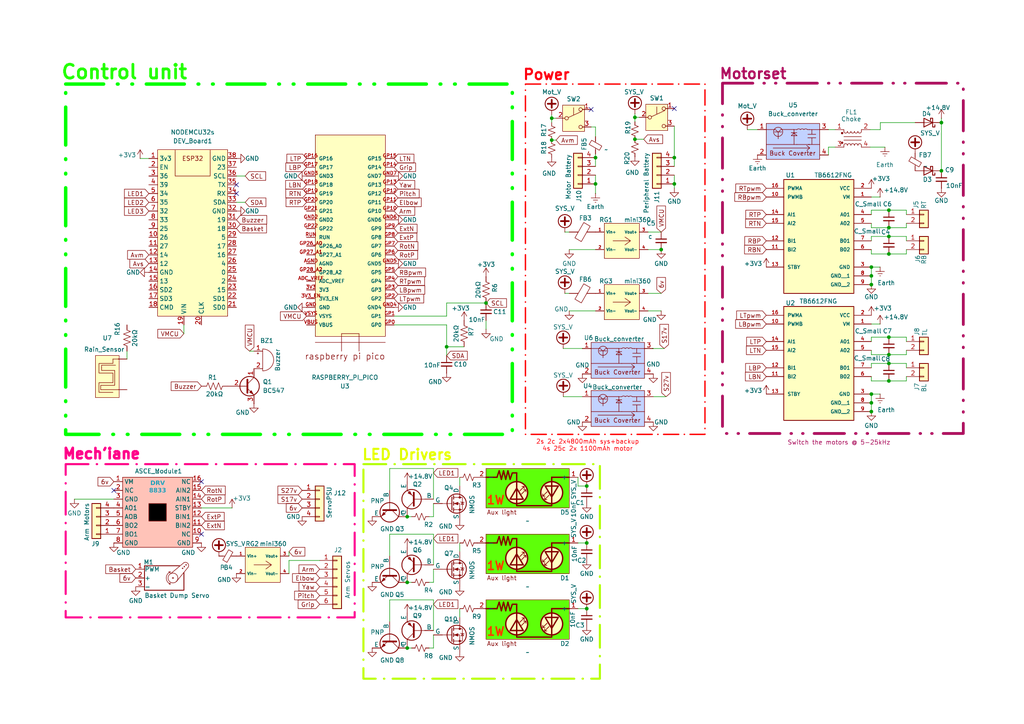
<source format=kicad_sch>
(kicad_sch (version 20231120) (generator "eeschema") (generator_version "8.0")
  (paper "A4")
  (lib_symbols
    (symbol "ASCE_Sensors:Buck_converter"
      (property "Reference" "U" (at 0 -7.366 0))
      (property "Value" "Buck_converter" (at 0 10.16 0))
      (symbol "Buck_converter_0_0"
        (text "Buck Coverter" (at 0 -2.54 0) (effects (font (size 1.27 1.27))))
      )
      (symbol "Buck_converter_1_1"
        (pin input line (at -10.16 4.318 0) (length 2.54) (name "") (number "1"))
        (pin input line (at -10.16 -3.048 0) (length 2.54) (name "") (number "2"))
        (pin input line (at 10.414 4.318 180) (length 2.54) (name "") (number "3"))
        (pin input line (at 10.414 -3.048 180) (length 2.54) (name "") (number "4"))
      )
    )
    (symbol "ASCE_Sensors:Rain_Sensor"
      (property "Reference" "U" (at 0 -5.08 0))
      (property "Value" "Rain_Sensor" (at 0 7.366 0))
      (symbol "Rain_Sensor_1_1"
        (pin input line (at -3.556 -5.08 90) (length 2.54) (name "") (number ""))
        (pin input line (at 5.334 -5.08 90) (length 2.54) (name "") (number ""))
      )
    )
    (symbol "ASCE_Servase:ASCE_LED_Terminal"
      (property "Reference" "D" (at -9.398 3.556 0))
      (symbol "ASCE_LED_Terminal_1_1"
        (text "1W" (at 11.176 0.254 0) (effects (font (size 2.4 2.4) (bold yes))))
        (text "Aux light\n" (at 9.398 3.81 0) (effects (font (size 1.27 1.27))))
        (pin input line (at -12.7 -6.35 0) (length 2.54) (name "+") (number "1"))
        (pin input line (at 16.51 -6.35 180) (length 2.54) (name "-") (number "2"))
      )
    )
    (symbol "ASCE_Servase:DRV8833_Module"
      (property "Reference" "ASCE_Module" (at 0 13.716 0))
      (symbol "DRV8833_Module_1_1"
        (text "DRV\n8833" (at 0 9.906 0) (effects (font (size 1.27 1.27) (bold yes))))
        (pin input line (at -12.7 11.43 0) (length 2.54) (name "VM") (number "1"))
        (pin input line (at 12.7 -3.81 180) (length 2.54) (name "NC") (number "10"))
        (pin input line (at 12.7 -1.27 180) (length 2.54) (name "BIN2") (number "11"))
        (pin input line (at 12.7 1.27 180) (length 2.54) (name "BIN1") (number "12"))
        (pin input line (at 12.7 3.81 180) (length 2.54) (name "STBY") (number "13"))
        (pin input line (at 12.7 6.35 180) (length 2.54) (name "AIN1") (number "14"))
        (pin input line (at 12.7 8.89 180) (length 2.54) (name "AIN2") (number "15"))
        (pin input line (at 12.7 11.43 180) (length 2.54) (name "NC") (number "16"))
        (pin input line (at -12.7 8.89 0) (length 2.54) (name "NC") (number "2"))
        (pin input line (at -12.7 6.35 0) (length 2.54) (name "GND") (number "3"))
        (pin input line (at -12.7 3.81 0) (length 2.54) (name "AO1") (number "4"))
        (pin input line (at -12.7 1.27 0) (length 2.54) (name "AOB") (number "5"))
        (pin input line (at -12.7 -1.27 0) (length 2.54) (name "BO2") (number "6"))
        (pin input line (at -12.7 -3.81 0) (length 2.54) (name "BO1") (number "7"))
        (pin input line (at -12.7 -6.35 0) (length 2.54) (name "GND") (number "8"))
        (pin input line (at 12.7 -6.35 180) (length 2.54) (name "GND") (number "9"))
      )
    )
    (symbol "ASCE_Servase:NODEMCU32s"
      (property "Reference" "DEV_Board" (at -7.62 22.86 0))
      (property "Value" "NODEMCU32s" (at 5.08 22.86 0))
      (symbol "NODEMCU32s_0_0"
        (text "ESP32" (at 0 17.78 0) (effects (font (size 1.27 1.27))))
      )
      (symbol "NODEMCU32s_1_1"
        (pin input line (at -12.7 17.78 0) (length 2.54) (name "3v3") (number "1"))
        (pin input line (at -12.7 -5.08 0) (length 2.54) (name "26") (number "10"))
        (pin input line (at -12.7 -7.62 0) (length 2.54) (name "27") (number "11"))
        (pin input line (at -12.7 -10.16 0) (length 2.54) (name "14") (number "12"))
        (pin input line (at -12.7 -12.7 0) (length 2.54) (name "12") (number "13"))
        (pin input line (at -12.7 -15.24 0) (length 2.54) (name "GND") (number "14"))
        (pin input line (at -12.7 -17.78 0) (length 2.54) (name "13") (number "15"))
        (pin input line (at -12.7 -20.32 0) (length 2.54) (name "SD2") (number "16"))
        (pin input line (at -12.7 -22.86 0) (length 2.54) (name "SD3") (number "17"))
        (pin input line (at -12.7 -25.4 0) (length 2.54) (name "CMD") (number "18"))
        (pin input line (at -2.54 -30.48 90) (length 2.54) (name "VIN") (number "19"))
        (pin input line (at -12.7 15.24 0) (length 2.54) (name "EN") (number "2"))
        (pin input line (at 2.54 -30.48 90) (length 2.54) (name "CLK") (number "20"))
        (pin input line (at 12.7 -25.4 180) (length 2.54) (name "SD0") (number "21"))
        (pin input line (at 12.7 -22.86 180) (length 2.54) (name "SD1") (number "22"))
        (pin input line (at 12.7 -20.32 180) (length 2.54) (name "15") (number "23"))
        (pin input line (at 12.7 -17.78 180) (length 2.54) (name "2") (number "24"))
        (pin input line (at 12.7 -15.24 180) (length 2.54) (name "0") (number "25"))
        (pin input line (at 12.7 -12.7 180) (length 2.54) (name "4") (number "26"))
        (pin input line (at 12.7 -10.16 180) (length 2.54) (name "16") (number "27"))
        (pin input line (at 12.7 -7.62 180) (length 2.54) (name "17") (number "28"))
        (pin input line (at 12.7 -5.08 180) (length 2.54) (name "5") (number "29"))
        (pin input line (at -12.7 12.7 0) (length 2.54) (name "36") (number "3"))
        (pin input line (at 12.7 -2.54 180) (length 2.54) (name "18") (number "30"))
        (pin input line (at 12.7 0 180) (length 2.54) (name "19") (number "31"))
        (pin input line (at 12.7 2.54 180) (length 2.54) (name "GND") (number "32"))
        (pin input line (at 12.7 5.08 180) (length 2.54) (name "SDA") (number "33"))
        (pin input line (at 12.7 7.62 180) (length 2.54) (name "RX") (number "34"))
        (pin input line (at 12.7 10.16 180) (length 2.54) (name "TX") (number "35"))
        (pin input line (at 12.7 12.7 180) (length 2.54) (name "SCL") (number "36"))
        (pin input line (at 12.7 15.24 180) (length 2.54) (name "23") (number "37"))
        (pin input line (at 12.7 17.78 180) (length 2.54) (name "GND") (number "38"))
        (pin input line (at -12.7 10.16 0) (length 2.54) (name "39") (number "4"))
        (pin input line (at -12.7 7.62 0) (length 2.54) (name "34") (number "5"))
        (pin input line (at -12.7 5.08 0) (length 2.54) (name "35") (number "6"))
        (pin input line (at -12.7 2.54 0) (length 2.54) (name "32") (number "7"))
        (pin input line (at -12.7 0 0) (length 2.54) (name "33") (number "8"))
        (pin input line (at -12.7 -2.54 0) (length 2.54) (name "25") (number "9"))
      )
    )
    (symbol "BuckDayz:DC-DC"
      (property "Reference" "RG" (at -4.0423 6.1027 0))
      (property "Value" "DC-DC" (at 0.316 -6.2458 0))
      (symbol "DC-DC_1_1"
        (pin input line (at -7.62 2.54 0) (length 2.54) (name "Vin+") (number "1"))
        (pin input line (at -7.62 -2.54 0) (length 2.54) (name "Vin-") (number "2"))
        (pin output line (at 7.62 2.54 180) (length 2.54) (name "Vout+") (number "3"))
        (pin output line (at 7.62 -2.54 180) (length 2.54) (name "Vout-") (number "4"))
      )
    )
    (symbol "Connector_Generic:Conn_01x02" (pin_names (offset 1.016) hide)
      (property "Reference" "J" (at 0 2.54 0))
      (property "Value" "Conn_01x02" (at 0 -5.08 0))
      (symbol "Conn_01x02_1_1"
        (pin passive line (at -5.08 0 0) (length 3.81) (name "Pin_1") (number "1"))
        (pin passive line (at -5.08 -2.54 0) (length 3.81) (name "Pin_2") (number "2"))
      )
    )
    (symbol "Connector_Generic:Conn_01x04" (pin_names (offset 1.016) hide)
      (property "Reference" "J" (at 0 5.08 0))
      (property "Value" "Conn_01x04" (at 0 -7.62 0))
      (symbol "Conn_01x04_1_1"
        (pin passive line (at -5.08 2.54 0) (length 3.81) (name "Pin_1") (number "1"))
        (pin passive line (at -5.08 0 0) (length 3.81) (name "Pin_2") (number "2"))
        (pin passive line (at -5.08 -2.54 0) (length 3.81) (name "Pin_3") (number "3"))
        (pin passive line (at -5.08 -5.08 0) (length 3.81) (name "Pin_4") (number "4"))
      )
    )
    (symbol "Connector_Generic:Conn_01x06" (pin_names (offset 1.016) hide)
      (property "Reference" "J" (at 0 7.62 0))
      (property "Value" "Conn_01x06" (at 0 -10.16 0))
      (symbol "Conn_01x06_1_1"
        (pin passive line (at -5.08 5.08 0) (length 3.81) (name "Pin_1") (number "1"))
        (pin passive line (at -5.08 2.54 0) (length 3.81) (name "Pin_2") (number "2"))
        (pin passive line (at -5.08 0 0) (length 3.81) (name "Pin_3") (number "3"))
        (pin passive line (at -5.08 -2.54 0) (length 3.81) (name "Pin_4") (number "4"))
        (pin passive line (at -5.08 -5.08 0) (length 3.81) (name "Pin_5") (number "5"))
        (pin passive line (at -5.08 -7.62 0) (length 3.81) (name "Pin_6") (number "6"))
      )
    )
    (symbol "Device:Buzzer" (pin_names (offset 0.0254) hide)
      (property "Reference" "BZ" (at 3.81 1.27 0))
      (property "Value" "Buzzer" (at 3.81 -1.27 0))
      (symbol "Buzzer_1_1"
        (pin passive line (at -2.54 2.54 0) (length 2.54) (name "+") (number "1"))
        (pin passive line (at -2.54 -2.54 0) (length 2.54) (name "-") (number "2"))
      )
    )
    (symbol "Device:C_Small" (pin_numbers hide) (pin_names (offset 0.254) hide)
      (property "Reference" "C" (at 0.254 1.778 0))
      (property "Value" "C_Small" (at 0.254 -2.032 0))
      (symbol "C_Small_1_1"
        (pin passive line (at 0 2.54 270) (length 2.032) (name "~") (number "1"))
        (pin passive line (at 0 -2.54 90) (length 2.032) (name "~") (number "2"))
      )
    )
    (symbol "Device:D_Schottky" (pin_numbers hide) (pin_names (offset 1.016) hide)
      (property "Reference" "D" (at 0 2.54 0))
      (property "Value" "D_Schottky" (at 0 -2.54 0))
      (symbol "D_Schottky_1_1"
        (pin passive line (at -3.81 0 0) (length 2.54) (name "K") (number "1"))
        (pin passive line (at 3.81 0 180) (length 2.54) (name "A") (number "2"))
      )
    )
    (symbol "Device:FerriteBead" (pin_numbers hide) (pin_names (offset 0))
      (property "Reference" "FB" (at -3.81 0.635 90))
      (property "Value" "FerriteBead" (at 3.81 0 90))
      (symbol "FerriteBead_1_1"
        (pin passive line (at 0 3.81 270) (length 2.54) (name "~") (number "1"))
        (pin passive line (at 0 -3.81 90) (length 2.54) (name "~") (number "2"))
      )
    )
    (symbol "Device:FerriteBead_Small" (pin_numbers hide) (pin_names (offset 0))
      (property "Reference" "FB" (at 1.905 1.27 0))
      (property "Value" "FerriteBead_Small" (at 1.905 -1.27 0))
      (symbol "FerriteBead_Small_1_1"
        (pin passive line (at 0 2.54 270) (length 1.27) (name "~") (number "1"))
        (pin passive line (at 0 -2.54 90) (length 1.27) (name "~") (number "2"))
      )
    )
    (symbol "Device:R_Small_US" (pin_numbers hide) (pin_names (offset 0.254) hide)
      (property "Reference" "R" (at 0.762 0.508 0))
      (property "Value" "R_Small_US" (at 0.762 -1.016 0))
      (symbol "R_Small_US_1_1"
        (pin passive line (at 0 2.54 270) (length 1.016) (name "~") (number "1"))
        (pin passive line (at 0 -2.54 90) (length 1.016) (name "~") (number "2"))
      )
    )
    (symbol "Device:R_US" (pin_numbers hide) (pin_names (offset 0))
      (property "Reference" "R" (at 2.54 0 90))
      (property "Value" "R_US" (at -2.54 0 90))
      (symbol "R_US_1_1"
        (pin passive line (at 0 3.81 270) (length 1.27) (name "~") (number "1"))
        (pin passive line (at 0 -3.81 90) (length 1.27) (name "~") (number "2"))
      )
    )
    (symbol "Filter:Choke_Schaffner_RN102-1-02-3M0" (pin_names hide)
      (property "Reference" "FL" (at 0 5.08 0))
      (property "Value" "Choke_Schaffner_RN102-1-02-3M0" (at 0 -5.08 0))
      (symbol "Choke_Schaffner_RN102-1-02-3M0_1_1"
        (pin passive line (at -5.08 2.54 0) (length 2.54) (name "1") (number "1"))
        (pin passive line (at 5.08 2.54 180) (length 2.54) (name "2") (number "2"))
        (pin passive line (at -5.08 -2.54 0) (length 2.54) (name "3") (number "3"))
        (pin passive line (at 5.08 -2.54 180) (length 2.54) (name "4") (number "4"))
      )
    )
    (symbol "Motor:Motor_Servo" (pin_names (offset 0.0254))
      (property "Reference" "M" (at -5.08 4.445 0))
      (property "Value" "Motor_Servo" (at -5.08 -4.064 0))
      (symbol "Motor_Servo_1_1"
        (pin passive line (at -7.62 2.54 0) (length 2.54) (name "PWM") (number "1"))
        (pin passive line (at -7.62 0 0) (length 2.54) (name "+") (number "2"))
        (pin passive line (at -7.62 -2.54 0) (length 2.54) (name "-") (number "3"))
      )
    )
    (symbol "RASPBERRY_PI_PICO:RASPBERRY_PI_PICO" (pin_names (offset 1.016))
      (property "Reference" "U" (at 0 0 0))
      (property "Value" "RASPBERRY_PI_PICO" (at 0 0 0))
      (symbol "RASPBERRY_PI_PICO_0_0"
        (text "raspberry pi pico" (at -7.62 30.48 0) (effects (font (size 1.778 1.778)) (justify left bottom)))
        (pin bidirectional line (at 15.24 10.16 180) (length 2.54) (name "3V3") (number "3V3"))
        (pin bidirectional line (at 15.24 12.7 180) (length 2.54) (name "3V3_EN") (number "3V3_EN"))
        (pin bidirectional line (at 15.24 7.62 180) (length 2.54) (name "ADC_VREF") (number "ADC_VREF"))
        (pin bidirectional line (at 15.24 2.54 180) (length 2.54) (name "AGND") (number "AGND"))
        (pin bidirectional line (at 15.24 15.24 180) (length 2.54) (name "GND") (number "GND"))
        (pin bidirectional line (at 15.24 -10.16 180) (length 2.54) (name "GND2") (number "GND2"))
        (pin bidirectional line (at 15.24 -22.86 180) (length 2.54) (name "GND3") (number "GND3"))
        (pin bidirectional line (at -10.16 15.24 0) (length 2.54) (name "GND4") (number "GND4"))
        (pin bidirectional line (at -10.16 2.54 0) (length 2.54) (name "GND5") (number "GND5"))
        (pin bidirectional line (at -10.16 -10.16 0) (length 2.54) (name "GND6") (number "GND6"))
        (pin bidirectional line (at -10.16 -22.86 0) (length 2.54) (name "GND7") (number "GND7"))
        (pin bidirectional line (at -10.16 20.32 0) (length 2.54) (name "GP0") (number "GP0"))
        (pin bidirectional line (at -10.16 17.78 0) (length 2.54) (name "GP1") (number "GP1"))
        (pin bidirectional line (at -10.16 -12.7 0) (length 2.54) (name "GP10") (number "GP10"))
        (pin bidirectional line (at -10.16 -15.24 0) (length 2.54) (name "GP11") (number "GP11"))
        (pin bidirectional line (at -10.16 -17.78 0) (length 2.54) (name "GP12") (number "GP12"))
        (pin bidirectional line (at -10.16 -20.32 0) (length 2.54) (name "GP13") (number "GP13"))
        (pin bidirectional line (at -10.16 -25.4 0) (length 2.54) (name "GP14") (number "GP14"))
        (pin bidirectional line (at -10.16 -27.94 0) (length 2.54) (name "GP15") (number "GP15"))
        (pin bidirectional line (at 15.24 -27.94 180) (length 2.54) (name "GP16") (number "GP16"))
        (pin bidirectional line (at 15.24 -25.4 180) (length 2.54) (name "GP17") (number "GP17"))
        (pin bidirectional line (at 15.24 -20.32 180) (length 2.54) (name "GP18") (number "GP18"))
        (pin bidirectional line (at 15.24 -17.78 180) (length 2.54) (name "GP19") (number "GP19"))
        (pin bidirectional line (at -10.16 12.7 0) (length 2.54) (name "GP2") (number "GP2"))
        (pin bidirectional line (at 15.24 -15.24 180) (length 2.54) (name "GP20") (number "GP20"))
        (pin bidirectional line (at 15.24 -12.7 180) (length 2.54) (name "GP21") (number "GP21"))
        (pin bidirectional line (at 15.24 -7.62 180) (length 2.54) (name "GP22") (number "GP22"))
        (pin bidirectional line (at 15.24 -2.54 180) (length 2.54) (name "GP26_A0") (number "GP26_A0"))
        (pin bidirectional line (at 15.24 0 180) (length 2.54) (name "GP27_A1") (number "GP27_A1"))
        (pin bidirectional line (at 15.24 5.08 180) (length 2.54) (name "GP28_A2") (number "GP28_A2"))
        (pin bidirectional line (at -10.16 10.16 0) (length 2.54) (name "GP3") (number "GP3"))
        (pin bidirectional line (at -10.16 7.62 0) (length 2.54) (name "GP4") (number "GP4"))
        (pin bidirectional line (at -10.16 5.08 0) (length 2.54) (name "GP5") (number "GP5"))
        (pin bidirectional line (at -10.16 0 0) (length 2.54) (name "GP6") (number "GP6"))
        (pin bidirectional line (at -10.16 -2.54 0) (length 2.54) (name "GP7") (number "GP7"))
        (pin bidirectional line (at -10.16 -5.08 0) (length 2.54) (name "GP8") (number "GP8"))
        (pin bidirectional line (at -10.16 -7.62 0) (length 2.54) (name "GP9") (number "GP9"))
        (pin bidirectional line (at 15.24 -5.08 180) (length 2.54) (name "RUN") (number "RUN"))
        (pin bidirectional line (at 15.24 20.32 180) (length 2.54) (name "VBUS") (number "VBUS"))
        (pin bidirectional line (at 15.24 17.78 180) (length 2.54) (name "VSYS") (number "VSYS"))
      )
    )
    (symbol "ROB-14450:ROB-14450" (pin_names (offset 1.016))
      (property "Reference" "U" (at -10.16 16.002 0))
      (property "Value" "ROB-14450" (at -10.16 -20.32 0))
      (symbol "ROB-14450_0_0"
        (pin power_in line (at 15.24 10.16 180) (length 5.08) (name "VM") (number "1"))
        (pin input line (at -15.24 10.16 0) (length 5.08) (name "PWMB") (number "10"))
        (pin input line (at -15.24 -5.08 0) (length 5.08) (name "BI2") (number "11"))
        (pin input line (at -15.24 -2.54 0) (length 5.08) (name "BI1") (number "12"))
        (pin input line (at -15.24 -10.16 0) (length 5.08) (name "STBY") (number "13"))
        (pin input line (at -15.24 5.08 0) (length 5.08) (name "AI1") (number "14"))
        (pin input line (at -15.24 2.54 0) (length 5.08) (name "AI2") (number "15"))
        (pin input line (at -15.24 12.7 0) (length 5.08) (name "PWMA") (number "16"))
        (pin power_in line (at 15.24 12.7 180) (length 5.08) (name "VCC") (number "2"))
        (pin power_in line (at 15.24 -10.16 180) (length 5.08) (name "GND") (number "3"))
        (pin output line (at 15.24 5.08 180) (length 5.08) (name "A01") (number "4"))
        (pin output line (at 15.24 2.54 180) (length 5.08) (name "A02") (number "5"))
        (pin output line (at 15.24 -5.08 180) (length 5.08) (name "B02") (number "6"))
        (pin output line (at 15.24 -2.54 180) (length 5.08) (name "B01") (number "7"))
        (pin power_in line (at 15.24 -12.7 180) (length 5.08) (name "GND__1") (number "8"))
        (pin power_in line (at 15.24 -15.24 180) (length 5.08) (name "GND__2") (number "9"))
      )
    )
    (symbol "Simulation_SPICE:NMOS" (pin_numbers hide) (pin_names (offset 0))
      (property "Reference" "Q" (at 5.08 1.27 0))
      (property "Value" "NMOS" (at 5.08 -1.27 0))
      (symbol "NMOS_1_1"
        (pin passive line (at 2.54 5.08 270) (length 2.54) (name "D") (number "1"))
        (pin input line (at -5.08 0 0) (length 2.54) (name "G") (number "2"))
        (pin passive line (at 2.54 -5.08 90) (length 2.54) (name "S") (number "3"))
      )
    )
    (symbol "Simulation_SPICE:NPN" (pin_numbers hide) (pin_names (offset 0))
      (property "Reference" "Q" (at -2.54 7.62 0))
      (property "Value" "NPN" (at -2.54 5.08 0))
      (symbol "NPN_1_1"
        (pin open_collector line (at 2.54 5.08 270) (length 2.54) (name "C") (number "1"))
        (pin input line (at -5.08 0 0) (length 2.54) (name "B") (number "2"))
        (pin open_emitter line (at 2.54 -5.08 90) (length 2.54) (name "E") (number "3"))
      )
    )
    (symbol "Simulation_SPICE:PNP" (pin_numbers hide) (pin_names (offset 0))
      (property "Reference" "Q" (at -2.54 7.62 0))
      (property "Value" "PNP" (at -2.54 5.08 0))
      (symbol "PNP_1_1"
        (pin open_collector line (at 2.54 5.08 270) (length 2.54) (name "C") (number "1"))
        (pin input line (at -5.08 0 0) (length 2.54) (name "B") (number "2"))
        (pin open_emitter line (at 2.54 -5.08 90) (length 2.54) (name "E") (number "3"))
      )
    )
    (symbol "Switch:SW_Push_SPDT" (pin_names (offset 0) hide)
      (property "Reference" "SW" (at 0 5.08 0))
      (property "Value" "SW_Push_SPDT" (at 0 -5.08 0))
      (symbol "SW_Push_SPDT_1_1"
        (pin passive line (at 5.08 2.54 180) (length 2.54) (name "A") (number "1"))
        (pin passive line (at -5.08 0 0) (length 2.54) (name "B") (number "2"))
        (pin passive line (at 5.08 -2.54 180) (length 2.54) (name "C") (number "3"))
      )
    )
    (symbol "Transistor_BJT:BC547" (pin_names (offset 0) hide)
      (property "Reference" "Q" (at 5.08 1.905 0))
      (property "Value" "BC547" (at 5.08 0 0))
      (symbol "BC547_1_1"
        (pin passive line (at 2.54 5.08 270) (length 2.54) (name "C") (number "1"))
        (pin input line (at -5.08 0 0) (length 5.08) (name "B") (number "2"))
        (pin passive line (at 2.54 -5.08 90) (length 2.54) (name "E") (number "3"))
      )
    )
    (symbol "power:+12V" (power) (pin_numbers hide) (pin_names (offset 0) hide)
      (property "Value" "+12V" (at 0 3.556 0))
      (symbol "+12V_1_1"
        (pin power_in line (at 0 0 90) (length 0) (name "~") (number "1"))
      )
    )
    (symbol "power:+3V3" (power) (pin_numbers hide) (pin_names (offset 0) hide)
      (property "Value" "+3V3" (at 0 3.556 0))
      (symbol "+3V3_1_1"
        (pin power_in line (at 0 0 90) (length 0) (name "~") (number "1"))
      )
    )
    (symbol "power:+VDC" (power) (pin_numbers hide) (pin_names (offset 0) hide)
      (property "Value" "+VDC" (at 0 6.35 0))
      (symbol "+VDC_1_1"
        (pin power_in line (at 0 0 90) (length 0) (name "~") (number "1"))
      )
    )
    (symbol "power:Earth" (power) (pin_numbers hide) (pin_names (offset 0) hide)
      (property "Value" "Earth" (at 0 -3.81 0))
      (symbol "Earth_1_1"
        (pin power_in line (at 0 0 270) (length 0) (name "~") (number "1"))
      )
    )
    (symbol "power:GND" (power) (pin_numbers hide) (pin_names (offset 0) hide)
      (property "Value" "GND" (at 0 -3.81 0))
      (symbol "GND_1_1"
        (pin power_in line (at 0 0 270) (length 0) (name "~") (number "1"))
      )
    )
  )
  (junction (at 252.73 116.84))
  (junction (at 273.05 49.53))
  (junction (at 160.02 34.29))
  (junction (at 252.73 77.47))
  (junction (at 170.18 157.48))
  (junction (at 191.77 72.39))
  (junction (at 257.81 68.58))
  (junction (at 252.73 119.38))
  (junction (at 170.18 176.53))
  (junction (at 140.97 87.884))
  (junction (at 118.11 168.91))
  (junction (at 252.73 80.01))
  (junction (at 257.81 110.49))
  (junction (at 129.54 100.584))
  (junction (at 257.81 105.41))
  (junction (at 257.81 73.66))
  (junction (at 118.11 149.86))
  (junction (at 195.58 45.72))
  (junction (at 257.81 97.79))
  (junction (at 257.81 60.96))
  (junction (at 195.58 53.34))
  (junction (at 257.81 102.87))
  (junction (at 184.15 34.036))
  (junction (at 252.73 114.3))
  (junction (at 118.11 187.96))
  (junction (at 257.81 66.04))
  (junction (at 172.72 45.72))
  (junction (at 184.15 40.386))
  (junction (at 170.18 140.97))
  (junction (at 172.72 53.34))
  (junction (at 252.73 82.55))
  (junction (at 160.02 40.64))
  (junction (at 273.05 35.56))
  (no_connect (at 33.02 142.24))
  (no_connect (at 58.42 154.94))
  (no_connect (at 68.58 56.134))
  (no_connect (at 68.58 53.594))
  (no_connect (at 171.45 31.75))
  (no_connect (at 58.42 139.7))
  (no_connect (at 195.58 31.496))
  (wire (pts (xy 184.15 40.386) (xy 186.69 40.386)))
  (wire (pts (xy 171.45 36.83) (xy 172.72 36.83)))
  (wire (pts (xy 252.73 102.87) (xy 257.81 102.87)))
  (wire (pts (xy 36.83 101.854) (xy 36.83 104.14)))
  (wire (pts (xy 189.23 101.092) (xy 189.484 101.092)))
  (wire (pts (xy 129.54 100.584) (xy 134.62 100.584)))
  (wire (pts (xy 113.03 161.29) (xy 113.03 154.94)))
  (wire (pts (xy 124.46 187.96) (xy 125.73 187.96)))
  (wire (pts (xy 252.73 77.47) (xy 255.27 77.47)))
  (wire (pts (xy 129.54 94.234) (xy 114.3 94.234)))
  (wire (pts (xy 187.96 67.31) (xy 191.77 67.31)))
  (wire (pts (xy 195.58 36.576) (xy 195.58 45.72)))
  (wire (pts (xy 125.73 135.89) (xy 125.73 144.78)))
  (wire (pts (xy 273.05 35.56) (xy 273.05 49.53)))
  (wire (pts (xy 252.73 80.01) (xy 252.73 82.55)))
  (wire (pts (xy 252.73 64.77) (xy 252.73 66.04)))
  (wire (pts (xy 125.73 184.15) (xy 125.73 187.96)))
  (wire (pts (xy 184.15 33.02) (xy 184.15 34.036)))
  (wire (pts (xy 133.35 138.43) (xy 133.35 140.97)))
  (wire (pts (xy 163.35 101.0739) (xy 168.91 101.0739)))
  (wire (pts (xy 172.72 53.34) (xy 172.72 56.134)))
  (wire (pts (xy 184.15 34.036) (xy 185.42 34.036)))
  (wire (pts (xy 160.02 34.29) (xy 160.02 33.274)))
  (wire (pts (xy 252.73 93.98) (xy 255.27 93.98)))
  (wire (pts (xy 53.34 96.774) (xy 53.34 94.234)))
  (wire (pts (xy 184.15 34.036) (xy 184.15 35.306)))
  (wire (pts (xy 273.05 35.56) (xy 273.05 34.29)))
  (wire (pts (xy 252.73 60.96) (xy 257.81 60.96)))
  (wire (pts (xy 252.73 99.06) (xy 252.73 97.79)))
  (wire (pts (xy 160.02 35.56) (xy 160.02 34.29)))
  (wire (pts (xy 257.81 73.66) (xy 262.89 73.66)))
  (wire (pts (xy 165.1 72.39) (xy 172.72 72.39)))
  (wire (pts (xy 255.3307 37.5963) (xy 252.3822 37.5963)))
  (wire (pts (xy 129.54 87.884) (xy 140.97 87.884)))
  (wire (pts (xy 252.73 105.41) (xy 257.81 105.41)))
  (wire (pts (xy 129.54 103.124) (xy 129.54 100.584)))
  (wire (pts (xy 113.03 142.24) (xy 113.03 135.89)))
  (wire (pts (xy 189.23 101.0898) (xy 189.23 101.092)))
  (wire (pts (xy 113.03 180.34) (xy 113.03 173.99)))
  (wire (pts (xy 255.3307 35.56) (xy 265.43 35.56)))
  (wire (pts (xy 252.73 114.3) (xy 255.27 114.3)))
  (wire (pts (xy 161.29 34.29) (xy 160.02 34.29)))
  (wire (pts (xy 242.2222 42.6763) (xy 240.284 42.6763)))
  (wire (pts (xy 71.12 58.674) (xy 68.58 58.674)))
  (wire (pts (xy 170.18 157.48) (xy 167.64 157.48)))
  (wire (pts (xy 240.284 42.6763) (xy 240.284 44.958)))
  (wire (pts (xy 262.89 68.58) (xy 262.89 69.85)))
  (wire (pts (xy 71.12 51.054) (xy 68.58 51.054)))
  (wire (pts (xy 187.96 72.39) (xy 191.77 72.39)))
  (wire (pts (xy 252.73 57.15) (xy 255.27 57.15)))
  (wire (pts (xy 252.73 109.22) (xy 252.73 110.49)))
  (wire (pts (xy 252.73 101.6) (xy 252.73 102.87)))
  (wire (pts (xy 172.72 50.8) (xy 172.72 53.34)))
  (wire (pts (xy 187.96 90.17) (xy 191.77 90.17)))
  (wire (pts (xy 167.64 138.43) (xy 167.64 140.97)))
  (wire (pts (xy 165.1 90.17) (xy 172.72 90.17)))
  (wire (pts (xy 167.64 140.97) (xy 170.18 140.97)))
  (wire (pts (xy 252.73 97.79) (xy 257.81 97.79)))
  (wire (pts (xy 125.73 173.99) (xy 125.73 182.88)))
  (wire (pts (xy 163.83 67.31) (xy 165.1 67.31)))
  (wire (pts (xy 113.03 173.99) (xy 125.73 173.99)))
  (wire (pts (xy 252.73 114.3) (xy 252.73 116.84)))
  (wire (pts (xy 252.73 66.04) (xy 257.81 66.04)))
  (wire (pts (xy 262.89 110.49) (xy 257.81 110.49)))
  (wire (pts (xy 257.81 68.58) (xy 262.89 68.58)))
  (wire (pts (xy 140.97 92.964) (xy 140.97 95.504)))
  (wire (pts (xy 133.35 176.53) (xy 133.35 179.07)))
  (wire (pts (xy 125.73 165.1) (xy 125.73 168.91)))
  (wire (pts (xy 262.89 72.39) (xy 262.89 73.66)))
  (wire (pts (xy 252.73 68.58) (xy 257.81 68.58)))
  (wire (pts (xy 83.82 162.56) (xy 83.82 166.37)))
  (wire (pts (xy 170.18 176.53) (xy 167.64 176.53)))
  (wire (pts (xy 124.46 168.91) (xy 125.73 168.91)))
  (wire (pts (xy 163.3754 115.0551) (xy 168.91 115.0551)))
  (wire (pts (xy 83.82 162.56) (xy 92.71 162.56)))
  (wire (pts (xy 262.89 64.77) (xy 262.89 66.04)))
  (wire (pts (xy 262.89 109.22) (xy 262.89 110.49)))
  (wire (pts (xy 129.54 87.884) (xy 129.54 91.694)))
  (wire (pts (xy 252.73 116.84) (xy 252.73 119.38)))
  (wire (pts (xy 192.6316 101.0898) (xy 189.23 101.0898)))
  (wire (pts (xy 133.35 157.48) (xy 133.35 160.02)))
  (wire (pts (xy 240.284 37.5963) (xy 240.284 37.592)))
  (wire (pts (xy 172.72 44.704) (xy 172.72 45.72)))
  (wire (pts (xy 118.11 187.96) (xy 119.38 187.96)))
  (wire (pts (xy 262.89 66.04) (xy 257.81 66.04)))
  (wire (pts (xy 252.73 72.39) (xy 252.73 73.66)))
  (wire (pts (xy 252.73 106.68) (xy 252.73 105.41)))
  (wire (pts (xy 161.29 40.64) (xy 160.02 40.64)))
  (wire (pts (xy 262.89 99.06) (xy 262.89 97.79)))
  (wire (pts (xy 168.91 101.0739) (xy 168.91 101.092)))
  (wire (pts (xy 252.3822 42.6763) (xy 256.6616 42.6763)))
  (wire (pts (xy 216.735 37.5955) (xy 219.71 37.5955)))
  (wire (pts (xy 255.3307 35.56) (xy 255.3307 37.5963)))
  (wire (pts (xy 58.42 147.32) (xy 67.31 147.32)))
  (wire (pts (xy 219.71 37.5955) (xy 219.71 37.592)))
  (wire (pts (xy 125.73 154.94) (xy 125.73 163.83)))
  (wire (pts (xy 163.83 85.09) (xy 165.1 85.09)))
  (wire (pts (xy 118.11 168.91) (xy 119.38 168.91)))
  (wire (pts (xy 262.89 101.6) (xy 262.89 102.87)))
  (wire (pts (xy 125.73 146.05) (xy 125.73 149.86)))
  (wire (pts (xy 252.73 77.47) (xy 252.73 80.01)))
  (wire (pts (xy 191.77 115.0669) (xy 191.77 115.062)))
  (wire (pts (xy 262.89 102.87) (xy 257.81 102.87)))
  (wire (pts (xy 191.77 115.062) (xy 189.484 115.062)))
  (wire (pts (xy 113.03 154.94) (xy 125.73 154.94)))
  (wire (pts (xy 168.91 115.0551) (xy 168.91 115.062)))
  (wire (pts (xy 129.54 91.694) (xy 114.3 91.694)))
  (wire (pts (xy 262.89 62.23) (xy 262.89 60.96)))
  (wire (pts (xy 195.58 45.72) (xy 195.58 48.26)))
  (wire (pts (xy 252.73 110.49) (xy 257.81 110.49)))
  (wire (pts (xy 195.58 50.8) (xy 195.58 53.34)))
  (wire (pts (xy 21.59 144.78) (xy 33.02 144.78)))
  (wire (pts (xy 191.77 115.0669) (xy 193.1962 115.0669)))
  (wire (pts (xy 118.11 149.86) (xy 119.38 149.86)))
  (wire (pts (xy 187.96 85.09) (xy 191.77 85.09)))
  (wire (pts (xy 262.89 105.41) (xy 257.81 105.41)))
  (wire (pts (xy 72.39 101.854) (xy 73.66 101.854)))
  (wire (pts (xy 262.89 97.79) (xy 257.81 97.79)))
  (wire (pts (xy 83.82 160.02) (xy 83.82 161.29)))
  (wire (pts (xy 113.03 135.89) (xy 125.73 135.89)))
  (wire (pts (xy 257.81 73.66) (xy 252.73 73.66)))
  (wire (pts (xy 40.64 45.974) (xy 43.18 45.974)))
  (wire (pts (xy 242.2222 37.5963) (xy 240.284 37.5963)))
  (wire (pts (xy 252.73 62.23) (xy 252.73 60.96)))
  (wire (pts (xy 172.72 45.72) (xy 172.72 48.26)))
  (wire (pts (xy 256.6616 42.6763) (xy 256.6616 42.7102)))
  (wire (pts (xy 172.72 36.83) (xy 172.72 39.624)))
  (wire (pts (xy 129.54 100.584) (xy 129.54 94.234)))
  (wire (pts (xy 257.81 60.96) (xy 262.89 60.96)))
  (wire (pts (xy 195.58 53.34) (xy 195.58 54.61)))
  (wire (pts (xy 124.46 149.86) (xy 125.73 149.86)))
  (wire (pts (xy 252.73 69.85) (xy 252.73 68.58)))
  (wire (pts (xy 262.89 106.68) (xy 262.89 105.41)))
  (rectangle (start 19.05 24.384) (end 148.59 125.984) (stroke (width 1) (type dash_dot_dot) (color 0 255 1 1)))
  (rectangle (start 105.41 134.62) (end 173.99 196.85) (stroke (width 0.6) (type dash_dot) (color 174 255 0 1)))
  (rectangle (start 19.05 134.62) (end 102.87 179.07) (stroke (width 0.6) (type dash_dot) (color 255 0 131 1)))
  (rectangle (start 209.55 24.13) (end 279.4 125.73) (stroke (width 0.8) (type dash_dot_dot) (color 166 7 86 1)))
  (rectangle (start 152.4 24.384) (end 204.47 125.984) (stroke (width 0.4) (type dash_dot) (color 255 0 2 1)))
  (text "Power" (at 158.496 21.844 0) (effects (font (size 3 3) (thickness 0.6) (bold yes))))
  (text "2s 2c 2x4800mAh sys+backup\n4s 25c 2x 1100mAh motor" (at 170.434 129.286 0) (effects (font (size 1.27 1.27))))
  (text "Motorset\n" (at 218.44 21.59 0) (effects (font (size 3 3) (thickness 0.6) (bold yes))))
  (text "LED Drivers" (at 118.11 132.08 0) (effects (font (size 3 3) (bold yes))))
  (text "Mech'iane" (at 29.464 131.826 0) (effects (font (size 3 3) (thickness 0.8) (bold yes))))
  (text "Control unit" (at 36.068 21.082 0) (effects (font (size 4 4) (thickness 0.8) (bold yes))))
  (text "Switch the motors @ 5-25kHz" (at 243.332 128.524 0) (effects (font (size 1.27 1.27))))
  (global_label "RotP" (shape input) (at 114.3 73.914 0) (property "Intersheetrefs" "${INTERSHEET_REFS}" (effects (hide yes))))
  (global_label "LED2" (shape input) (at 43.18 58.674 180) (property "Intersheetrefs" "${INTERSHEET_REFS}" (effects (hide yes))))
  (global_label "RTpwm" (shape input) (at 114.3 81.534 0) (property "Intersheetrefs" "${INTERSHEET_REFS}" (effects (hide yes))))
  (global_label "LBpwm" (shape input) (at 114.3 84.074 0) (property "Intersheetrefs" "${INTERSHEET_REFS}" (effects (hide yes))))
  (global_label "Avm" (shape input) (at 43.18 73.914 180) (property "Intersheetrefs" "${INTERSHEET_REFS}" (effects (hide yes))))
  (global_label "Avs" (shape input) (at 186.69 40.386 0) (property "Intersheetrefs" "${INTERSHEET_REFS}" (effects (hide yes))))
  (global_label "Arm" (shape input) (at 114.3 61.214 0) (property "Intersheetrefs" "${INTERSHEET_REFS}" (effects (hide yes))))
  (global_label "Elbow" (shape input) (at 114.3 58.674 0) (property "Intersheetrefs" "${INTERSHEET_REFS}" (effects (hide yes))))
  (global_label "LBN" (shape input) (at 222.25 109.22 180) (property "Intersheetrefs" "${INTERSHEET_REFS}" (effects (hide yes))))
  (global_label "LED1" (shape input) (at 125.73 175.26 0) (property "Intersheetrefs" "${INTERSHEET_REFS}" (effects (hide yes))))
  (global_label "Basket" (shape input) (at 39.37 165.1 180) (property "Intersheetrefs" "${INTERSHEET_REFS}" (effects (hide yes))))
  (global_label "Yaw" (shape input) (at 114.3 53.594 0) (property "Intersheetrefs" "${INTERSHEET_REFS}" (effects (hide yes))))
  (global_label "Pitch" (shape input) (at 92.71 172.72 180) (property "Intersheetrefs" "${INTERSHEET_REFS}" (effects (hide yes))))
  (global_label "ExtP" (shape input) (at 114.3 68.834 0) (property "Intersheetrefs" "${INTERSHEET_REFS}" (effects (hide yes))))
  (global_label "RBN" (shape input) (at 222.25 72.39 180) (property "Intersheetrefs" "${INTERSHEET_REFS}" (effects (hide yes))))
  (global_label "6v" (shape input) (at 191.77 85.09 90) (property "Intersheetrefs" "${INTERSHEET_REFS}" (effects (hide yes))))
  (global_label "6v" (shape input) (at 87.63 147.32 180) (property "Intersheetrefs" "${INTERSHEET_REFS}" (effects (hide yes))))
  (global_label "LTP" (shape input) (at 222.25 99.06 180) (property "Intersheetrefs" "${INTERSHEET_REFS}" (effects (hide yes))))
  (global_label "6v" (shape input) (at 83.82 160.02 0) (property "Intersheetrefs" "${INTERSHEET_REFS}" (effects (hide yes))))
  (global_label "Arm" (shape input) (at 92.71 165.1 180) (property "Intersheetrefs" "${INTERSHEET_REFS}" (effects (hide yes))))
  (global_label "Avm" (shape input) (at 161.29 40.64 0) (property "Intersheetrefs" "${INTERSHEET_REFS}" (effects (hide yes))))
  (global_label "RTP" (shape input) (at 222.25 62.23 180) (property "Intersheetrefs" "${INTERSHEET_REFS}" (effects (hide yes))))
  (global_label "LTN" (shape input) (at 114.3 45.974 0) (property "Intersheetrefs" "${INTERSHEET_REFS}" (effects (hide yes))))
  (global_label "Basket" (shape input) (at 68.58 66.294 0) (property "Intersheetrefs" "${INTERSHEET_REFS}" (effects (hide yes))))
  (global_label "LED1" (shape input) (at 125.73 156.21 0) (property "Intersheetrefs" "${INTERSHEET_REFS}" (effects (hide yes))))
  (global_label "Buzzer" (shape input) (at 58.42 112.014 180) (property "Intersheetrefs" "${INTERSHEET_REFS}" (effects (hide yes))))
  (global_label "Pitch" (shape input) (at 114.3 56.134 0) (property "Intersheetrefs" "${INTERSHEET_REFS}" (effects (hide yes))))
  (global_label "S27v" (shape input) (at 193.1962 115.0669 90) (property "Intersheetrefs" "${INTERSHEET_REFS}" (effects (hide yes))))
  (global_label "VMCU" (shape input) (at 88.9 91.694 180) (property "Intersheetrefs" "${INTERSHEET_REFS}" (effects (hide yes))))
  (global_label "RotN" (shape input) (at 114.3 71.374 0) (property "Intersheetrefs" "${INTERSHEET_REFS}" (effects (hide yes))))
  (global_label "RTN" (shape input) (at 222.25 64.77 180) (property "Intersheetrefs" "${INTERSHEET_REFS}" (effects (hide yes))))
  (global_label "LTP" (shape input) (at 88.9 45.974 180) (property "Intersheetrefs" "${INTERSHEET_REFS}" (effects (hide yes))))
  (global_label "LBP" (shape input) (at 222.25 106.68 180) (property "Intersheetrefs" "${INTERSHEET_REFS}" (effects (hide yes))))
  (global_label "RBpwm" (shape input) (at 114.3 78.994 0) (property "Intersheetrefs" "${INTERSHEET_REFS}" (effects (hide yes))))
  (global_label "RotN" (shape input) (at 58.42 142.24 0) (property "Intersheetrefs" "${INTERSHEET_REFS}" (effects (hide yes))))
  (global_label "ExtP" (shape input) (at 58.42 149.86 0) (property "Intersheetrefs" "${INTERSHEET_REFS}" (effects (hide yes))))
  (global_label "6v" (shape input) (at 39.37 167.64 180) (property "Intersheetrefs" "${INTERSHEET_REFS}" (effects (hide yes))))
  (global_label "RBpwm" (shape input) (at 222.25 57.15 180) (property "Intersheetrefs" "${INTERSHEET_REFS}" (effects (hide yes))))
  (global_label "RTP" (shape input) (at 88.9 58.674 180) (property "Intersheetrefs" "${INTERSHEET_REFS}" (effects (hide yes))))
  (global_label "VMCU" (shape input) (at 191.77 67.31 90) (property "Intersheetrefs" "${INTERSHEET_REFS}" (effects (hide yes))))
  (global_label "Avs" (shape input) (at 43.18 76.454 180) (property "Intersheetrefs" "${INTERSHEET_REFS}" (effects (hide yes))))
  (global_label "RTpwm" (shape input) (at 222.25 54.61 180) (property "Intersheetrefs" "${INTERSHEET_REFS}" (effects (hide yes))))
  (global_label "Yaw" (shape input) (at 92.71 170.18 180) (property "Intersheetrefs" "${INTERSHEET_REFS}" (effects (hide yes))))
  (global_label "LBN" (shape input) (at 88.9 53.594 180) (property "Intersheetrefs" "${INTERSHEET_REFS}" (effects (hide yes))))
  (global_label "S27v" (shape input) (at 87.63 142.24 180) (property "Intersheetrefs" "${INTERSHEET_REFS}" (effects (hide yes))))
  (global_label "SCL" (shape input) (at 140.97 87.884 0) (property "Intersheetrefs" "${INTERSHEET_REFS}" (effects (hide yes))))
  (global_label "LBP" (shape input) (at 88.9 48.514 180) (property "Intersheetrefs" "${INTERSHEET_REFS}" (effects (hide yes))))
  (global_label "SDA" (shape input) (at 71.12 58.674 0) (property "Intersheetrefs" "${INTERSHEET_REFS}" (effects (hide yes))))
  (global_label "Elbow" (shape input) (at 92.71 167.64 180) (property "Intersheetrefs" "${INTERSHEET_REFS}" (effects (hide yes))))
  (global_label "VMCU" (shape input) (at 53.34 96.774 180) (property "Intersheetrefs" "${INTERSHEET_REFS}" (effects (hide yes))))
  (global_label "6v" (shape input) (at 33.02 139.7 180) (property "Intersheetrefs" "${INTERSHEET_REFS}" (effects (hide yes))))
  (global_label "LED1" (shape input) (at 125.73 137.16 0) (property "Intersheetrefs" "${INTERSHEET_REFS}" (effects (hide yes))))
  (global_label "LED1" (shape input) (at 43.18 56.134 180) (property "Intersheetrefs" "${INTERSHEET_REFS}" (effects (hide yes))))
  (global_label "S17v" (shape input) (at 87.63 144.78 180) (property "Intersheetrefs" "${INTERSHEET_REFS}" (effects (hide yes))))
  (global_label "S17v" (shape input) (at 192.6316 101.0898 90) (property "Intersheetrefs" "${INTERSHEET_REFS}" (effects (hide yes))))
  (global_label "LTpwm" (shape input) (at 222.25 91.44 180) (property "Intersheetrefs" "${INTERSHEET_REFS}" (effects (hide yes))))
  (global_label "ExtN" (shape input) (at 114.3 66.294 0) (property "Intersheetrefs" "${INTERSHEET_REFS}" (effects (hide yes))))
  (global_label "ExtN" (shape input) (at 58.42 152.4 0) (property "Intersheetrefs" "${INTERSHEET_REFS}" (effects (hide yes))))
  (global_label "VMCU" (shape input) (at 72.39 101.854 90) (property "Intersheetrefs" "${INTERSHEET_REFS}" (effects (hide yes))))
  (global_label "Grip" (shape input) (at 114.3 48.514 0) (property "Intersheetrefs" "${INTERSHEET_REFS}" (effects (hide yes))))
  (global_label "LBpwm" (shape input) (at 222.25 93.98 180) (property "Intersheetrefs" "${INTERSHEET_REFS}" (effects (hide yes))))
  (global_label "RTN" (shape input) (at 88.9 56.134 180) (property "Intersheetrefs" "${INTERSHEET_REFS}" (effects (hide yes))))
  (global_label "LTpwm" (shape input) (at 114.3 86.614 0) (property "Intersheetrefs" "${INTERSHEET_REFS}" (effects (hide yes))))
  (global_label "RBP" (shape input) (at 222.25 69.85 180) (property "Intersheetrefs" "${INTERSHEET_REFS}" (effects (hide yes))))
  (global_label "Buzzer" (shape input) (at 68.58 63.754 0) (property "Intersheetrefs" "${INTERSHEET_REFS}" (effects (hide yes))))
  (global_label "LED3" (shape input) (at 43.18 61.214 180) (property "Intersheetrefs" "${INTERSHEET_REFS}" (effects (hide yes))))
  (global_label "SCL" (shape input) (at 71.12 51.054 0) (property "Intersheetrefs" "${INTERSHEET_REFS}" (effects (hide yes))))
  (global_label "RotP" (shape input) (at 58.42 144.78 0) (property "Intersheetrefs" "${INTERSHEET_REFS}" (effects (hide yes))))
  (global_label "Grip" (shape input) (at 92.71 175.26 180) (property "Intersheetrefs" "${INTERSHEET_REFS}" (effects (hide yes))))
  (global_label "LTN" (shape input) (at 222.25 101.6 180) (property "Intersheetrefs" "${INTERSHEET_REFS}" (effects (hide yes))))
  (global_label "SDA" (shape input) (at 129.54 103.124 0) (property "Intersheetrefs" "${INTERSHEET_REFS}" (effects (hide yes))))
  (symbol (lib_id "Simulation_SPICE:NMOS") (at 130.81 184.15 0) (unit 1)
    (property "Reference" "Q10" (at 128.778 179.578 0) (effects (justify left)))
    (property "Value" "NMOS" (at 136.906 187.198 90) (effects (justify left)))
    (property "Datasheet" "https://ngspice.sourceforge.io/docs/ngspice-html-manual/manual.xhtml#cha_MOSFETs" (effects (hide yes)))
    (property "Description" "N-MOSFET transistor, drain/source/gate" (effects (hide yes)))
    (property "Sim.Device" "NMOS" (effects (hide yes)))
    (property "Sim.Type" "VDMOS" (effects (hide yes)))
    (property "Sim.Pins" "1=D 2=G 3=S" (effects (hide yes)))
  )
  (symbol (lib_id "Connector_Generic:Conn_01x04") (at 92.71 144.78 0) (unit 1)
    (property "Reference" "J12" (at 96.774 143.002 0) (effects (justify left)))
    (property "Value" "ServoPSU" (at 95.504 150.368 90) (effects (justify left)))
    (property "Footprint" "Connector_JST:JST_XH_B4B-XH-A_1x04_P2.50mm_Vertical" (effects (hide yes)))
    (property "Description" "Generic connector, single row, 01x04, script generated (kicad-library-utils/schlib/autogen/connector/)" (effects (hide yes)))
  )
  (symbol (lib_id "power:GND") (at 170.18 162.56 0) (unit 1)
    (property "Reference" "#PWR061" (effects (hide yes)))
    (property "Value" "GND" (at 170.18 166.37 0))
    (property "Description" "Power symbol creates a global label with name \"GND\" , ground" (effects (hide yes)))
  )
  (symbol (lib_id "power:+VDC") (at 216.735 37.5955 0) (unit 1)
    (property "Reference" "#PWR020" (effects (hide yes)))
    (property "Value" "Mot_V" (at 216.735 30.7375 0))
    (property "Description" "Power symbol creates a global label with name \"+VDC\"" (effects (hide yes)))
  )
  (symbol (lib_id "power:+VDC") (at 170.18 157.48 0) (unit 1)
    (property "Reference" "#PWR066" (effects (hide yes)))
    (property "Value" "SYS_V" (at 166.37 153.162 90))
    (property "Description" "Power symbol creates a global label with name \"+VDC\"" (effects (hide yes)))
  )
  (symbol (lib_id "Connector_Generic:Conn_01x02") (at 267.97 62.23 0) (unit 1)
    (property "Reference" "J5" (at 265.684 58.166 90) (effects (justify right)))
    (property "Value" "RT" (at 267.97 58.166 90) (effects (justify right)))
    (property "Footprint" "Connector_JST:JST_EH_B2B-EH-A_1x02_P2.50mm_Vertical" (effects (hide yes)))
    (property "Description" "Generic connector, single row, 01x02, script generated (kicad-library-utils/schlib/autogen/connector/)" (effects (hide yes)))
  )
  (symbol (lib_id "BuckDayz:DC-DC") (at 76.2 163.83 0) (unit 1)
    (property "Reference" "RG2" (at 73.152 157.734 0))
    (property "Value" "mini360" (at 79.248 157.734 0))
    (property "Footprint" "ASCE_SERVASE:MiniBucksce" (effects (hide yes)))
  )
  (symbol (lib_id "power:GND") (at 252.73 82.55 0) (unit 1)
    (property "Reference" "#PWR010" (effects (hide yes)))
    (property "Value" "GND" (at 252.73 86.106 0))
    (property "Description" "Power symbol creates a global label with name \"GND\" , ground" (effects (hide yes)))
  )
  (symbol (lib_id "Device:C_Small") (at 257.81 63.5 0) (unit 1)
    (property "Reference" "C6" (at 256.032 59.182 0) (effects (justify left)))
    (property "Value" "C_Small" (at 247.904 59.182 0) (effects (justify left)))
    (property "Description" "Unpolarized capacitor, small symbol" (effects (hide yes)))
  )
  (symbol (lib_id "ASCE_Sensors:Buck_converter") (at 179.07 105.41 0) (unit 1)
    (property "Reference" "U6" (at 170.7188 97.972 0))
    (property "Value" "Buck_converter" (at 179.578 98.298 0))
  )
  (symbol (lib_id "power:GND") (at 191.77 72.39 0) (unit 1)
    (property "Reference" "#PWR016" (effects (hide yes)))
    (property "Value" "GND" (at 191.77 76.454 0))
    (property "Description" "Power symbol creates a global label with name \"GND\" , ground" (effects (hide yes)))
  )
  (symbol (lib_id "Device:FerriteBead_Small") (at 66.04 161.29 270) (unit 1)
    (property "Reference" "FB4" (at 63.754 164.592 90) (effects (justify left)))
    (property "Value" "~" (at 64.8081 163.83 0) (effects (justify left)))
    (property "Description" "Ferrite bead, small symbol" (effects (hide yes)))
  )
  (symbol (lib_id "power:GND") (at 189.484 108.458 0) (unit 1)
    (property "Reference" "#PWR040" (effects (hide yes)))
    (property "Value" "GND" (at 189.484 105.664 0))
    (property "Description" "Power symbol creates a global label with name \"GND\" , ground" (effects (hide yes)))
  )
  (symbol (lib_id "Connector_Generic:Conn_01x04") (at 167.64 50.8 180) (unit 1)
    (property "Reference" "J10" (at 167.894 56.896 90))
    (property "Value" "Motor Battery" (at 164.846 51.308 90))
    (property "Footprint" "Connector_JST:JST_XH_B4B-XH-A_1x04_P2.50mm_Vertical" (effects (hide yes)))
    (property "Description" "Generic connector, single row, 01x04, script generated (kicad-library-utils/schlib/autogen/connector/)" (effects (hide yes)))
  )
  (symbol (lib_id "power:GND") (at 114.3 51.054 90) (unit 1)
    (property "Reference" "#PWR050" (effects (hide yes)))
    (property "Value" "GND" (at 118.872 51.054 90))
    (property "Description" "Power symbol creates a global label with name \"GND\" , ground" (effects (hide yes)))
  )
  (symbol (lib_id "power:+VDC") (at 184.15 33.02 0) (unit 1)
    (property "Reference" "#PWR018" (effects (hide yes)))
    (property "Value" "SYS_V" (at 183.896 26.67 0))
    (property "Description" "Power symbol creates a global label with name \"+VDC\"" (effects (hide yes)))
  )
  (symbol (lib_id "Device:C_Small") (at 140.97 90.424 0) (unit 1)
    (property "Reference" "C11" (at 143.002 90.424 0) (effects (justify left)))
    (property "Value" "10nF" (at 135.89 92.71 0) (effects (justify left)))
    (property "Description" "Unpolarized capacitor, small symbol" (effects (hide yes)))
  )
  (symbol (lib_id "Device:R_Small_US") (at 121.92 149.86 270) (unit 1)
    (property "Reference" "R2" (at 122.936 152.146 90) (effects (justify left)))
    (property "Value" "R_Small_US" (effects (hide yes)))
    (property "Description" "Resistor, small US symbol" (effects (hide yes)))
  )
  (symbol (lib_id "power:GND") (at 140.97 95.504 0) (unit 1)
    (property "Reference" "#PWR046" (effects (hide yes)))
    (property "Value" "GND" (at 144.018 98.298 0))
    (property "Description" "Power symbol creates a global label with name \"GND\" , ground" (effects (hide yes)))
  )
  (symbol (lib_id "ASCE_Servase:ASCE_LED_Terminal") (at 154.94 182.88 180) (unit 1)
    (property "Reference" "D2" (at 163.83 186.69 0))
    (property "Value" "~" (at 153.0349 189.23 0))
  )
  (symbol (lib_id "Connector_Generic:Conn_01x04") (at 27.94 152.4 180) (unit 1)
    (property "Reference" "J9" (at 27.686 157.734 0))
    (property "Value" "Arm Motors" (at 25.146 151.384 90))
    (property "Footprint" "Connector_JST:JST_XH_B4B-XH-A_1x04_P2.50mm_Vertical" (effects (hide yes)))
    (property "Description" "Generic connector, single row, 01x04, script generated (kicad-library-utils/schlib/autogen/connector/)" (effects (hide yes)))
  )
  (symbol (lib_id "Device:R_US") (at 140.97 84.074 0) (unit 1)
    (property "Reference" "R6" (at 143.51 84.836 90) (effects (justify left)))
    (property "Value" "20kΩ" (at 138.684 86.614 90) (effects (justify left)))
    (property "Description" "Resistor, US symbol" (effects (hide yes)))
  )
  (symbol (lib_id "power:Earth") (at 255.27 77.47 0) (unit 1)
    (property "Reference" "#PWR024" (effects (hide yes)))
    (property "Value" "Earth" (at 257.048 82.042 0))
    (property "Description" "Power symbol creates a global label with name \"Earth\"" (effects (hide yes)))
  )
  (symbol (lib_id "Simulation_SPICE:NMOS") (at 130.81 146.05 0) (unit 1)
    (property "Reference" "Q4" (at 128.778 141.478 0) (effects (justify left)))
    (property "Value" "NMOS" (at 136.906 149.098 90) (effects (justify left)))
    (property "Datasheet" "https://ngspice.sourceforge.io/docs/ngspice-html-manual/manual.xhtml#cha_MOSFETs" (effects (hide yes)))
    (property "Description" "N-MOSFET transistor, drain/source/gate" (effects (hide yes)))
    (property "Sim.Device" "NMOS" (effects (hide yes)))
    (property "Sim.Type" "VDMOS" (effects (hide yes)))
    (property "Sim.Pins" "1=D 2=G 3=S" (effects (hide yes)))
  )
  (symbol (lib_id "Device:R_Small_US") (at 121.92 187.96 270) (unit 1)
    (property "Reference" "R8" (at 122.936 190.246 90) (effects (justify left)))
    (property "Value" "R_Small_US" (effects (hide yes)))
    (property "Description" "Resistor, small US symbol" (effects (hide yes)))
  )
  (symbol (lib_id "Device:R_US") (at 36.83 98.044 180) (unit 1)
    (property "Reference" "R16" (at 34.036 93.472 90) (effects (justify left)))
    (property "Value" "20kΩ" (at 39.116 95.504 90) (effects (justify left)))
    (property "Description" "Resistor, US symbol" (effects (hide yes)))
  )
  (symbol (lib_id "Device:R_Small_US") (at 121.92 168.91 270) (unit 1)
    (property "Reference" "R4" (at 122.936 171.196 90) (effects (justify left)))
    (property "Value" "R_Small_US" (effects (hide yes)))
    (property "Description" "Resistor, small US symbol" (effects (hide yes)))
  )
  (symbol (lib_id "ROB-14450:ROB-14450") (at 237.49 67.31 0) (unit 1)
    (property "Reference" "U1" (at 230.632 50.8 0) (effects (justify right)))
    (property "Value" "TB6612FNG" (at 247.142 50.8 0) (effects (justify right)))
    (property "Footprint" "ROB-14450:MODULE_ROB-14450" (effects (hide yes)))
    (property "MF" "SparkFun Electronics" (effects (hide yes)))
    (property "Description_1" "\nTB6612FNG - Motor Controller/Driver Power Management Evaluation Board\n" (effects (hide yes)))
    (property "Package" "None" (effects (hide yes)))
    (property "Price" "None" (effects (hide yes)))
    (property "Check_prices" "https://www.snapeda.com/parts/ROB-14450/SparkFun+Electronics/view-part/?ref=eda" (effects (hide yes)))
    (property "STANDARD" "Manufacturer Recommendation" (effects (hide yes)))
    (property "PARTREV" "11-13-17" (effects (hide yes)))
    (property "SnapEDA_Link" "https://www.snapeda.com/parts/ROB-14450/SparkFun+Electronics/view-part/?ref=snap" (effects (hide yes)))
    (property "MP" "ROB-14450" (effects (hide yes)))
    (property "Purchase-URL" "https://www.snapeda.com/api/url_track_click_mouser/?unipart_id=2656367&manufacturer=SparkFun Electronics&part_name=ROB-14450&search_term=tb6612fng" (effects (hide yes)))
    (property "Availability" "In Stock" (effects (hide yes)))
    (property "MANUFACTURER" "Sparkfun Electronics" (effects (hide yes)))
  )
  (symbol (lib_id "Device:Buzzer") (at 76.2 104.394 0) (unit 1)
    (property "Reference" "BZ1" (at 75.438 98.806 0) (effects (justify left)))
    (property "Value" "Buzzer" (at 80.518 107.696 90) (effects (justify left)))
    (property "Description" "Buzzer, polarized" (effects (hide yes)))
  )
  (symbol (lib_id "ASCE_Sensors:Buck_converter") (at 179.07 119.38 0) (unit 1)
    (property "Reference" "U4" (at 170.4648 111.942 0))
    (property "Value" "Buck_converter" (at 179.07 112.268 0))
  )
  (symbol (lib_id "power:GND") (at 273.05 54.61 0) (unit 1)
    (property "Reference" "#PWR049" (effects (hide yes)))
    (property "Value" "GND" (at 273.05 58.166 0))
    (property "Description" "Power symbol creates a global label with name \"GND\" , ground" (effects (hide yes)))
  )
  (symbol (lib_id "Device:R_US") (at 62.23 112.014 90) (unit 1)
    (property "Reference" "R1" (at 62.992 109.474 90) (effects (justify left)))
    (property "Value" "20kΩ" (at 64.77 114.3 90) (effects (justify left)))
    (property "Description" "Resistor, US symbol" (effects (hide yes)))
  )
  (symbol (lib_id "Device:R_Small_US") (at 160.02 38.1 180) (unit 1)
    (property "Reference" "R17" (at 157.734 35.814 90) (effects (justify left)))
    (property "Value" "R_Small_US" (effects (hide yes)))
    (property "Description" "Resistor, small US symbol" (effects (hide yes)))
  )
  (symbol (lib_id "power:GND") (at 165.1 72.39 0) (unit 1)
    (property "Reference" "#PWR015" (effects (hide yes)))
    (property "Value" "GND" (at 165.1 76.454 0))
    (property "Description" "Power symbol creates a global label with name \"GND\" , ground" (effects (hide yes)))
  )
  (symbol (lib_id "power:+12V") (at 118.11 158.75 0) (unit 1)
    (property "Reference" "#PWR062" (effects (hide yes)))
    (property "Value" "+14.8V" (at 121.92 157.226 0))
    (property "Description" "Power symbol creates a global label with name \"+12V\"" (effects (hide yes)))
  )
  (symbol (lib_id "power:GND") (at 114.3 76.454 90) (unit 1)
    (property "Reference" "#PWR052" (effects (hide yes)))
    (property "Value" "GND" (at 118.872 76.454 90))
    (property "Description" "Power symbol creates a global label with name \"GND\" , ground" (effects (hide yes)))
  )
  (symbol (lib_id "power:+VDC") (at 163.83 85.09 0) (unit 1)
    (property "Reference" "#PWR032" (effects (hide yes)))
    (property "Value" "SYS_V" (at 163.83 78.74 0))
    (property "Description" "Power symbol creates a global label with name \"+VDC\"" (effects (hide yes)))
  )
  (symbol (lib_id "power:+3V3") (at 40.64 45.974 0) (unit 1)
    (property "Reference" "#PWR041" (effects (hide yes)))
    (property "Value" "+3V3" (at 36.83 44.958 0))
    (property "Description" "Power symbol creates a global label with name \"+3V3\"" (effects (hide yes)))
  )
  (symbol (lib_id "power:GND") (at 114.3 63.754 90) (unit 1)
    (property "Reference" "#PWR051" (effects (hide yes)))
    (property "Value" "GND" (at 118.872 63.754 90))
    (property "Description" "Power symbol creates a global label with name \"GND\" , ground" (effects (hide yes)))
  )
  (symbol (lib_id "power:+3V3") (at 140.97 80.264 0) (unit 1)
    (property "Reference" "#PWR047" (effects (hide yes)))
    (property "Value" "+3V3" (at 140.97 76.708 0))
    (property "Description" "Power symbol creates a global label with name \"+3V3\"" (effects (hide yes)))
  )
  (symbol (lib_id "ASCE_Sensors:Rain_Sensor") (at 31.75 109.474 90) (unit 1)
    (property "Reference" "U7" (at 31.115 98.044 90))
    (property "Value" "Rain_Sensor" (at 30.226 101.346 90))
  )
  (symbol (lib_id "power:+VDC") (at 163.35 101.0739 0) (unit 1)
    (property "Reference" "#PWR035" (effects (hide yes)))
    (property "Value" "SYS_V" (at 163.2929 94.8528 0))
    (property "Description" "Power symbol creates a global label with name \"+VDC\"" (effects (hide yes)))
  )
  (symbol (lib_id "Simulation_SPICE:PNP") (at 120.65 163.83 180) (unit 1)
    (property "Reference" "Q6" (at 122.428 159.512 0) (effects (justify left)))
    (property "Value" "PNP" (at 111.506 164.338 0) (effects (justify left)))
    (property "Datasheet" "https://ngspice.sourceforge.io/docs/ngspice-html-manual/manual.xhtml#cha_BJTs" (effects (hide yes)))
    (property "Description" "Bipolar transistor symbol for simulation only, substrate tied to the emitter" (effects (hide yes)))
    (property "Sim.Device" "PNP" (effects (hide yes)))
    (property "Sim.Type" "GUMMELPOON" (effects (hide yes)))
    (property "Sim.Pins" "1=C 2=B 3=E" (effects (hide yes)))
  )
  (symbol (lib_id "power:GND") (at 170.18 181.61 0) (unit 1)
    (property "Reference" "#PWR064" (effects (hide yes)))
    (property "Value" "GND" (at 170.18 185.42 0))
    (property "Description" "Power symbol creates a global label with name \"GND\" , ground" (effects (hide yes)))
  )
  (symbol (lib_id "Device:C_Small") (at 170.18 160.02 0) (unit 1)
    (property "Reference" "C2" (at 167.386 162.56 0) (effects (justify left)))
    (property "Value" "10nF" (at 166.624 163.068 90) (effects (justify left)))
    (property "Description" "Unpolarized capacitor, small symbol" (effects (hide yes)))
  )
  (symbol (lib_id "Device:D_Schottky") (at 269.24 49.53 180) (unit 1)
    (property "Reference" "D3" (at 268.986 52.07 0))
    (property "Value" "D" (effects (hide yes)))
    (property "Description" "Schottky diode" (effects (hide yes)))
  )
  (symbol (lib_id "Simulation_SPICE:NPN") (at 113.03 185.42 270) (unit 1)
    (property "Reference" "Q8" (at 114.554 191.516 90) (effects (justify left)))
    (property "Value" "NPN" (effects (hide yes)))
    (property "Datasheet" "https://ngspice.sourceforge.io/docs/ngspice-html-manual/manual.xhtml#cha_BJTs" (effects (hide yes)))
    (property "Description" "Bipolar transistor symbol for simulation only, substrate tied to the emitter" (effects (hide yes)))
    (property "Sim.Device" "NPN" (effects (hide yes)))
    (property "Sim.Type" "GUMMELPOON" (effects (hide yes)))
    (property "Sim.Pins" "1=C 2=B 3=E" (effects (hide yes)))
  )
  (symbol (lib_id "Device:R_Small_US") (at 135.89 176.53 270) (unit 1)
    (property "Reference" "R9" (at 136.906 178.816 90) (effects (justify left)))
    (property "Value" "R_Small_US" (effects (hide yes)))
    (property "Description" "Resistor, small US symbol" (effects (hide yes)))
  )
  (symbol (lib_id "power:GND") (at 195.58 54.61 0) (unit 1)
    (property "Reference" "#PWR023" (effects (hide yes)))
    (property "Value" "GND" (at 195.58 58.42 0))
    (property "Description" "Power symbol creates a global label with name \"GND\" , ground" (effects (hide yes)))
  )
  (symbol (lib_id "power:+VDC") (at 170.18 140.97 0) (unit 1)
    (property "Reference" "#PWR065" (effects (hide yes)))
    (property "Value" "SYS_V" (at 166.37 141.986 90))
    (property "Description" "Power symbol creates a global label with name \"+VDC\"" (effects (hide yes)))
  )
  (symbol (lib_id "power:+VDC") (at 265.43 44.45 0) (unit 1)
    (property "Reference" "#PWR044" (effects (hide yes)))
    (property "Value" "SYS_V" (at 269.748 38.608 0))
    (property "Description" "Power symbol creates a global label with name \"+VDC\"" (effects (hide yes)))
  )
  (symbol (lib_id "Simulation_SPICE:NPN") (at 113.03 147.32 270) (unit 1)
    (property "Reference" "Q3" (at 114.554 153.416 90) (effects (justify left)))
    (property "Value" "NPN" (effects (hide yes)))
    (property "Datasheet" "https://ngspice.sourceforge.io/docs/ngspice-html-manual/manual.xhtml#cha_BJTs" (effects (hide yes)))
    (property "Description" "Bipolar transistor symbol for simulation only, substrate tied to the emitter" (effects (hide yes)))
    (property "Sim.Device" "NPN" (effects (hide yes)))
    (property "Sim.Type" "GUMMELPOON" (effects (hide yes)))
    (property "Sim.Pins" "1=C 2=B 3=E" (effects (hide yes)))
  )
  (symbol (lib_id "Filter:Choke_Schaffner_RN102-1-02-3M0") (at 247.3022 40.1363 0) (unit 1)
    (property "Reference" "FL1" (at 246.9212 32.5163 0))
    (property "Value" "Choke" (at 246.8913 34.523 0))
    (property "Footprint" "Inductor_SMD:L_CommonModeChoke_Coilcraft_0603USB" (effects (hide yes)))
    (property "Datasheet" "https://www.schaffner.com/products/download/product/datasheet/rn-series-common-mode-chokes-new/" (effects (hide yes)))
    (property "Description" "Common mode choke, 1A, 300VAC, 3mH, 210mohm, RN-102" (effects (hide yes)))
  )
  (symbol (lib_id "Switch:SW_Push_SPDT") (at 166.37 34.29 0) (unit 1)
    (property "Reference" "SW2" (at 166.37 28.702 0))
    (property "Value" "~" (at 166.37 29.21 0))
    (property "Description" "Momentary Switch, single pole double throw" (effects (hide yes)))
  )
  (symbol (lib_id "power:+12V") (at 273.05 34.29 0) (unit 1)
    (property "Reference" "#PWR012" (effects (hide yes)))
    (property "Value" "+14.8V" (at 272.034 31.242 0))
    (property "Description" "Power symbol creates a global label with name \"+12V\"" (effects (hide yes)))
  )
  (symbol (lib_id "power:GND") (at 107.95 187.96 0) (unit 1)
    (property "Reference" "#PWR072" (effects (hide yes)))
    (property "Value" "GND" (at 112.268 191.516 0))
    (property "Description" "Power symbol creates a global label with name \"GND\" , ground" (effects (hide yes)))
  )
  (symbol (lib_id "power:Earth") (at 219.71 44.958 0) (unit 1)
    (property "Reference" "#PWR021" (effects (hide yes)))
    (property "Value" "Earth" (at 219.71 48.768 0))
    (property "Description" "Power symbol creates a global label with name \"Earth\"" (effects (hide yes)))
  )
  (symbol (lib_id "Connector_Generic:Conn_01x02") (at 267.97 106.68 0) (unit 1)
    (property "Reference" "J7" (at 265.938 110.998 90) (effects (justify right)))
    (property "Value" "BL" (at 267.97 111.252 90) (effects (justify right)))
    (property "Footprint" "Connector_JST:JST_EH_B2B-EH-A_1x02_P2.50mm_Vertical" (effects (hide yes)))
    (property "Description" "Generic connector, single row, 01x02, script generated (kicad-library-utils/schlib/autogen/connector/)" (effects (hide yes)))
  )
  (symbol (lib_id "power:GND") (at 133.35 170.18 0) (unit 1)
    (property "Reference" "#PWR063" (effects (hide yes)))
    (property "Value" "GND" (at 129.286 171.704 0))
    (property "Description" "Power symbol creates a global label with name \"GND\" , ground" (effects (hide yes)))
  )
  (symbol (lib_id "power:GND") (at 129.54 108.204 0) (unit 1)
    (property "Reference" "#PWR045" (effects (hide yes)))
    (property "Value" "GND" (at 126.238 110.744 0))
    (property "Description" "Power symbol creates a global label with name \"GND\" , ground" (effects (hide yes)))
  )
  (symbol (lib_id "BuckDayz:DC-DC") (at 180.34 87.63 0) (unit 1)
    (property "Reference" "RG3" (at 175.768 81.534 0))
    (property "Value" "mini360" (at 184.912 81.534 0))
    (property "Footprint" "ASCE_SERVASE:MiniBucksce" (effects (hide yes)))
  )
  (symbol (lib_id "Device:D_Schottky") (at 269.24 35.56 180) (unit 1)
    (property "Reference" "D4" (at 268.732 33.02 0))
    (property "Value" "D" (effects (hide yes)))
    (property "Description" "Schottky diode" (effects (hide yes)))
  )
  (symbol (lib_id "RASPBERRY_PI_PICO:RASPBERRY_PI_PICO") (at 104.14 73.914 180) (unit 1)
    (property "Reference" "U3" (at 100.0429 112.014 0))
    (property "Value" "RASPBERRY_PI_PICO" (at 100.0429 109.474 0))
    (property "Footprint" "RASPBERRY_PI_PICO:RASPBERRY_PI_PICO" (effects (hide yes)))
    (property "MF" "Raspberry Pi" (effects (hide yes)))
    (property "Description_1" "\nRaspberry Pi Board, Arm Cortex-M0+; Core Architecture:Arm; Core Sub-Architecture:Cortex-M0+; Kit Contents:Raspberry Pi Pico Board; No. Of Bits:32Bit; Silicon Core Number:Rp2040; Silicon Manufacturer:Raspberry Pi |Raspberry-Pi RASPBERRY PI PICO\n" (effects (hide yes)))
    (property "Package" "None" (effects (hide yes)))
    (property "Price" "None" (effects (hide yes)))
    (property "SnapEDA_Link" "https://www.snapeda.com/parts/RASPBERRY%20PI%20PICO/Raspberry+Pi/view-part/?ref=snap" (effects (hide yes)))
    (property "MP" "RASPBERRY PI PICO" (effects (hide yes)))
    (property "Availability" "In Stock" (effects (hide yes)))
    (property "Check_prices" "https://www.snapeda.com/parts/RASPBERRY%20PI%20PICO/Raspberry+Pi/view-part/?ref=eda" (effects (hide yes)))
  )
  (symbol (lib_id "power:GND") (at 252.73 119.38 0) (unit 1)
    (property "Reference" "#PWR07" (effects (hide yes)))
    (property "Value" "GND" (at 252.73 123.444 0))
    (property "Description" "Power symbol creates a global label with name \"GND\" , ground" (effects (hide yes)))
  )
  (symbol (lib_id "power:+12V") (at 255.27 93.98 0) (unit 1)
    (property "Reference" "#PWR014" (effects (hide yes)))
    (property "Value" "+14.8V" (at 259.842 91.948 0))
    (property "Description" "Power symbol creates a global label with name \"+12V\"" (effects (hide yes)))
  )
  (symbol (lib_id "power:GND") (at 114.3 89.154 90) (unit 1)
    (property "Reference" "#PWR053" (effects (hide yes)))
    (property "Value" "GND" (at 118.872 89.154 90))
    (property "Description" "Power symbol creates a global label with name \"GND\" , ground" (effects (hide yes)))
  )
  (symbol (lib_id "power:+3V3") (at 134.62 92.964 0) (unit 1)
    (property "Reference" "#PWR048" (effects (hide yes)))
    (property "Value" "+3V3" (at 133.604 89.408 0))
    (property "Description" "Power symbol creates a global label with name \"+3V3\"" (effects (hide yes)))
  )
  (symbol (lib_id "power:GND") (at 68.58 45.974 90) (unit 1)
    (property "Reference" "#PWR057" (effects (hide yes)))
    (property "Value" "GND" (at 73.152 45.974 90))
    (property "Description" "Power symbol creates a global label with name \"GND\" , ground" (effects (hide yes)))
  )
  (symbol (lib_id "power:GND") (at 58.42 157.48 0) (unit 1)
    (property "Reference" "#PWR027" (effects (hide yes)))
    (property "Value" "GND" (at 54.61 160.274 0))
    (property "Description" "Power symbol creates a global label with name \"GND\" , ground" (effects (hide yes)))
  )
  (symbol (lib_id "power:+12V") (at 255.27 57.15 0) (unit 1)
    (property "Reference" "#PWR013" (effects (hide yes)))
    (property "Value" "+14.8V" (at 259.842 55.118 0))
    (property "Description" "Power symbol creates a global label with name \"+12V\"" (effects (hide yes)))
  )
  (symbol (lib_id "power:+VDC") (at 163.3754 115.0551 0) (unit 1)
    (property "Reference" "#PWR036" (effects (hide yes)))
    (property "Value" "SYS_V" (at 163.3183 108.834 0))
    (property "Description" "Power symbol creates a global label with name \"+VDC\"" (effects (hide yes)))
  )
  (symbol (lib_id "ASCE_Servase:NODEMCU32s") (at 55.88 63.754 0) (unit 1)
    (property "Reference" "DEV_Board1" (at 55.88 40.894 0))
    (property "Value" "NODEMCU32s" (at 55.88 38.354 0))
    (property "Footprint" "ASCE_SERVASE:NODEMCU_HEADER" (effects (hide yes)))
  )
  (symbol (lib_id "Device:R_Small_US") (at 135.89 138.43 270) (unit 1)
    (property "Reference" "R3" (at 136.906 140.716 90) (effects (justify left)))
    (property "Value" "R_Small_US" (effects (hide yes)))
    (property "Description" "Resistor, small US symbol" (effects (hide yes)))
  )
  (symbol (lib_id "ASCE_Servase:DRV8833_Module") (at 45.72 151.13 0) (unit 1)
    (property "Reference" "ASCE_Module1" (at 45.974 136.652 0))
    (property "Value" "~" (at 45.72 137.16 0))
    (property "Footprint" "ASCE_SERVASE:DRV8833" (effects (hide yes)))
  )
  (symbol (lib_id "Device:FerriteBead") (at 168.91 67.31 270) (unit 1)
    (property "Reference" "FB3" (at 167.894 63.246 90) (effects (justify left)))
    (property "Value" "FerriteBead" (effects (hide yes)))
    (property "Footprint" "Resistor_THT:R_Axial_DIN0309_L9.0mm_D3.2mm_P12.70mm_Horizontal" (effects (hide yes)))
    (property "Description" "Ferrite bead" (effects (hide yes)))
  )
  (symbol (lib_id "Simulation_SPICE:NMOS") (at 130.81 165.1 0) (unit 1)
    (property "Reference" "Q7" (at 128.778 160.528 0) (effects (justify left)))
    (property "Value" "NMOS" (at 136.906 168.148 90) (effects (justify left)))
    (property "Datasheet" "https://ngspice.sourceforge.io/docs/ngspice-html-manual/manual.xhtml#cha_MOSFETs" (effects (hide yes)))
    (property "Description" "N-MOSFET transistor, drain/source/gate" (effects (hide yes)))
    (property "Sim.Device" "NMOS" (effects (hide yes)))
    (property "Sim.Type" "VDMOS" (effects (hide yes)))
    (property "Sim.Pins" "1=D 2=G 3=S" (effects (hide yes)))
  )
  (symbol (lib_id "power:+3V3") (at 252.73 54.61 0) (unit 1)
    (property "Reference" "#PWR05" (effects (hide yes)))
    (property "Value" "+3V3" (at 255.524 51.816 0))
    (property "Description" "Power symbol creates a global label with name \"+3V3\"" (effects (hide yes)))
  )
  (symbol (lib_id "Connector_Generic:Conn_01x02") (at 267.97 69.85 0) (unit 1)
    (property "Reference" "J6" (at 266.192 73.914 90) (effects (justify right)))
    (property "Value" "RB" (at 267.97 73.914 90) (effects (justify right)))
    (property "Footprint" "Connector_JST:JST_EH_B2B-EH-A_1x02_P2.50mm_Vertical" (effects (hide yes)))
    (property "Description" "Generic connector, single row, 01x02, script generated (kicad-library-utils/schlib/autogen/connector/)" (effects (hide yes)))
  )
  (symbol (lib_id "ASCE_Servase:ASCE_LED_Terminal") (at 154.94 163.83 180) (unit 1)
    (property "Reference" "D1" (at 163.83 167.64 0))
    (property "Value" "~" (at 153.0349 170.18 0))
  )
  (symbol (lib_id "Device:C_Small") (at 191.77 69.85 0) (unit 1)
    (property "Reference" "C5" (at 187.452 64.77 0) (effects (justify left)))
    (property "Value" "c" (at 187.96 68.58 0) (effects (justify left)))
    (property "Description" "Unpolarized capacitor, small symbol" (effects (hide yes)))
  )
  (symbol (lib_id "power:GND") (at 68.58 166.37 0) (unit 1)
    (property "Reference" "#PWR043" (effects (hide yes)))
    (property "Value" "GND" (at 65.024 168.148 0))
    (property "Description" "Power symbol creates a global label with name \"GND\" , ground" (effects (hide yes)))
  )
  (symbol (lib_id "power:+3V3") (at 222.25 114.3 0) (unit 1)
    (property "Reference" "#PWR06" (effects (hide yes)))
    (property "Value" "+3V3" (at 218.44 113.284 0))
    (property "Description" "Power symbol creates a global label with name \"+3V3\"" (effects (hide yes)))
  )
  (symbol (lib_id "power:GND") (at 43.18 78.994 270) (unit 1)
    (property "Reference" "#PWR058" (effects (hide yes)))
    (property "Value" "GND" (at 38.608 78.994 90))
    (property "Description" "Power symbol creates a global label with name \"GND\" , ground" (effects (hide yes)))
  )
  (symbol (lib_id "Simulation_SPICE:PNP") (at 120.65 144.78 180) (unit 1)
    (property "Reference" "Q2" (at 122.428 140.462 0) (effects (justify left)))
    (property "Value" "PNP" (at 111.506 145.288 0) (effects (justify left)))
    (property "Datasheet" "https://ngspice.sourceforge.io/docs/ngspice-html-manual/manual.xhtml#cha_BJTs" (effects (hide yes)))
    (property "Description" "Bipolar transistor symbol for simulation only, substrate tied to the emitter" (effects (hide yes)))
    (property "Sim.Device" "PNP" (effects (hide yes)))
    (property "Sim.Type" "GUMMELPOON" (effects (hide yes)))
    (property "Sim.Pins" "1=C 2=B 3=E" (effects (hide yes)))
  )
  (symbol (lib_id "power:GND") (at 73.66 117.094 0) (unit 1)
    (property "Reference" "#PWR01" (effects (hide yes)))
    (property "Value" "GND" (at 70.358 119.634 0))
    (property "Description" "Power symbol creates a global label with name \"GND\" , ground" (effects (hide yes)))
  )
  (symbol (lib_id "power:+VDC") (at 163.83 67.31 0) (unit 1)
    (property "Reference" "#PWR017" (effects (hide yes)))
    (property "Value" "SYS_V" (at 163.83 60.452 0))
    (property "Description" "Power symbol creates a global label with name \"+VDC\"" (effects (hide yes)))
  )
  (symbol (lib_id "power:GND") (at 21.59 144.78 0) (unit 1)
    (property "Reference" "#PWR029" (effects (hide yes)))
    (property "Value" "GND" (at 21.59 148.844 0))
    (property "Description" "Power symbol creates a global label with name \"GND\" , ground" (effects (hide yes)))
  )
  (symbol (lib_id "ROB-14450:ROB-14450") (at 237.49 104.14 0) (unit 1)
    (property "Reference" "U2" (at 230.632 87.884 0) (effects (justify right)))
    (property "Value" "TB6612FNG" (at 242.824 87.376 0) (effects (justify right)))
    (property "Footprint" "ROB-14450:MODULE_ROB-14450" (effects (hide yes)))
    (property "MF" "SparkFun Electronics" (effects (hide yes)))
    (property "Description_1" "\nTB6612FNG - Motor Controller/Driver Power Management Evaluation Board\n" (effects (hide yes)))
    (property "Package" "None" (effects (hide yes)))
    (property "Price" "None" (effects (hide yes)))
    (property "Check_prices" "https://www.snapeda.com/parts/ROB-14450/SparkFun+Electronics/view-part/?ref=eda" (effects (hide yes)))
    (property "STANDARD" "Manufacturer Recommendation" (effects (hide yes)))
    (property "PARTREV" "11-13-17" (effects (hide yes)))
    (property "SnapEDA_Link" "https://www.snapeda.com/parts/ROB-14450/SparkFun+Electronics/view-part/?ref=snap" (effects (hide yes)))
    (property "MP" "ROB-14450" (effects (hide yes)))
    (property "Purchase-URL" "https://www.snapeda.com/api/url_track_click_mouser/?unipart_id=2656367&manufacturer=SparkFun Electronics&part_name=ROB-14450&search_term=tb6612fng" (effects (hide yes)))
    (property "Availability" "In Stock" (effects (hide yes)))
    (property "MANUFACTURER" "Sparkfun Electronics" (effects (hide yes)))
  )
  (symbol (lib_id "ASCE_Sensors:Buck_converter") (at 229.87 41.91 0) (unit 1)
    (property "Reference" "U5" (at 229.997 30.48 0))
    (property "Value" "Buck_converter" (at 229.997 33.02 0))
  )
  (symbol (lib_id "power:+12V") (at 118.11 139.7 0) (unit 1)
    (property "Reference" "#PWR059" (effects (hide yes)))
    (property "Value" "+14.8V" (at 121.92 138.176 0))
    (property "Description" "Power symbol creates a global label with name \"+12V\"" (effects (hide yes)))
  )
  (symbol (lib_id "ASCE_Servase:ASCE_LED_Terminal") (at 154.94 144.78 180) (unit 1)
    (property "Reference" "D5" (at 163.83 148.59 0))
    (property "Value" "~" (at 153.0349 151.13 0))
  )
  (symbol (lib_id "power:GND") (at 33.02 157.48 0) (unit 1)
    (property "Reference" "#PWR026" (effects (hide yes)))
    (property "Value" "GND" (at 35.814 160.274 0))
    (property "Description" "Power symbol creates a global label with name \"GND\" , ground" (effects (hide yes)))
  )
  (symbol (lib_id "power:GND") (at 39.37 170.18 0) (unit 1)
    (property "Reference" "#PWR031" (effects (hide yes)))
    (property "Value" "GND" (at 39.37 174.244 0))
    (property "Description" "Power symbol creates a global label with name \"GND\" , ground" (effects (hide yes)))
  )
  (symbol (lib_id "power:Earth") (at 172.72 56.134 0) (unit 1)
    (property "Reference" "#PWR022" (effects (hide yes)))
    (property "Value" "Earth" (at 172.72 59.944 0))
    (property "Description" "Power symbol creates a global label with name \"Earth\"" (effects (hide yes)))
  )
  (symbol (lib_id "Device:C_Small") (at 257.81 71.12 0) (unit 1)
    (property "Reference" "C4" (at 255.524 67.31 0) (effects (justify left)))
    (property "Value" "C_Small" (at 247.65 67.056 0) (effects (justify left)))
    (property "Description" "Unpolarized capacitor, small symbol" (effects (hide yes)))
  )
  (symbol (lib_id "power:GND") (at 107.95 168.91 0) (unit 1)
    (property "Reference" "#PWR060" (effects (hide yes)))
    (property "Value" "GND" (at 112.268 172.466 0))
    (property "Description" "Power symbol creates a global label with name \"GND\" , ground" (effects (hide yes)))
  )
  (symbol (lib_id "power:GND") (at 168.91 122.428 0) (unit 1)
    (property "Reference" "#PWR038" (effects (hide yes)))
    (property "Value" "GND" (at 166.37 122.428 0))
    (property "Description" "Power symbol creates a global label with name \"GND\" , ground" (effects (hide yes)))
  )
  (symbol (lib_id "Transistor_BJT:BC547") (at 71.12 112.014 0) (unit 1)
    (property "Reference" "Q1" (at 76.2 110.7439 0) (effects (justify left)))
    (property "Value" "BC547" (at 76.2 113.2839 0) (effects (justify left)))
    (property "Footprint" "Package_TO_SOT_THT:TO-92_Inline" (effects (hide yes)))
    (property "Datasheet" "https://www.onsemi.com/pub/Collateral/BC550-D.pdf" (effects (hide yes)))
    (property "Description" "0.1A Ic, 45V Vce, Small Signal NPN Transistor, TO-92" (effects (hide yes)))
  )
  (symbol (lib_id "power:GND") (at 68.58 61.214 90) (unit 1)
    (property "Reference" "#PWR056" (effects (hide yes)))
    (property "Value" "GND" (at 73.152 61.214 90))
    (property "Description" "Power symbol creates a global label with name \"GND\" , ground" (effects (hide yes)))
  )
  (symbol (lib_id "power:GND") (at 133.35 189.23 0) (unit 1)
    (property "Reference" "#PWR071" (effects (hide yes)))
    (property "Value" "GND" (at 129.286 190.754 0))
    (property "Description" "Power symbol creates a global label with name \"GND\" , ground" (effects (hide yes)))
  )
  (symbol (lib_id "power:GND") (at 191.77 90.17 0) (unit 1)
    (property "Reference" "#PWR034" (effects (hide yes)))
    (property "Value" "GND" (at 188.468 92.71 0))
    (property "Description" "Power symbol creates a global label with name \"GND\" , ground" (effects (hide yes)))
  )
  (symbol (lib_id "power:Earth") (at 255.27 114.3 0) (unit 1)
    (property "Reference" "#PWR025" (effects (hide yes)))
    (property "Value" "Earth" (at 257.048 118.872 0))
    (property "Description" "Power symbol creates a global label with name \"Earth\"" (effects (hide yes)))
  )
  (symbol (lib_id "Connector_Generic:Conn_01x02") (at 267.97 99.06 0) (unit 1)
    (property "Reference" "J8" (at 265.938 94.996 90) (effects (justify right)))
    (property "Value" "TL" (at 268.224 95.25 90) (effects (justify right)))
    (property "Footprint" "Connector_JST:JST_EH_B2B-EH-A_1x02_P2.50mm_Vertical" (effects (hide yes)))
    (property "Description" "Generic connector, single row, 01x02, script generated (kicad-library-utils/schlib/autogen/connector/)" (effects (hide yes)))
  )
  (symbol (lib_id "Simulation_SPICE:NPN") (at 113.03 166.37 270) (unit 1)
    (property "Reference" "Q5" (at 114.554 172.466 90) (effects (justify left)))
    (property "Value" "NPN" (effects (hide yes)))
    (property "Datasheet" "https://ngspice.sourceforge.io/docs/ngspice-html-manual/manual.xhtml#cha_BJTs" (effects (hide yes)))
    (property "Description" "Bipolar transistor symbol for simulation only, substrate tied to the emitter" (effects (hide yes)))
    (property "Sim.Device" "NPN" (effects (hide yes)))
    (property "Sim.Type" "GUMMELPOON" (effects (hide yes)))
    (property "Sim.Pins" "1=C 2=B 3=E" (effects (hide yes)))
  )
  (symbol (lib_id "Connector_Generic:Conn_01x06") (at 97.79 167.64 0) (unit 1)
    (property "Reference" "J2" (at 98.044 159.512 0))
    (property "Value" "Arm Servos" (at 100.838 168.148 90))
    (property "Footprint" "Connector_JST:JST_XH_B6B-XH-AM_1x06_P2.50mm_Vertical" (effects (hide yes)))
    (property "Description" "Generic connector, single row, 01x06, script generated (kicad-library-utils/schlib/autogen/connector/)" (effects (hide yes)))
  )
  (symbol (lib_id "Device:FerriteBead") (at 168.91 85.09 270) (unit 1)
    (property "Reference" "FB6" (at 167.894 81.026 90) (effects (justify left)))
    (property "Value" "FerriteBead" (effects (hide yes)))
    (property "Footprint" "Resistor_THT:R_Axial_DIN0309_L9.0mm_D3.2mm_P12.70mm_Horizontal" (effects (hide yes)))
    (property "Description" "Ferrite bead" (effects (hide yes)))
  )
  (symbol (lib_id "power:Earth") (at 256.6616 42.7102 0) (unit 1)
    (property "Reference" "#PWR011" (effects (hide yes)))
    (property "Value" "Earth" (at 256.6616 47.7902 0))
    (property "Description" "Power symbol creates a global label with name \"Earth\"" (effects (hide yes)))
  )
  (symbol (lib_id "power:GND") (at 107.95 149.86 0) (unit 1)
    (property "Reference" "#PWR03" (effects (hide yes)))
    (property "Value" "GND" (at 112.268 153.416 0))
    (property "Description" "Power symbol creates a global label with name \"GND\" , ground" (effects (hide yes)))
  )
  (symbol (lib_id "Device:C_Small") (at 257.81 107.95 0) (unit 1)
    (property "Reference" "C8" (at 255.524 104.14 0) (effects (justify left)))
    (property "Value" "C_Small" (at 247.65 103.886 0) (effects (justify left)))
    (property "Description" "Unpolarized capacitor, small symbol" (effects (hide yes)))
  )
  (symbol (lib_id "Device:R_Small_US") (at 184.15 42.926 180) (unit 1)
    (property "Reference" "R20" (at 181.864 43.942 90) (effects (justify left)))
    (property "Value" "R_Small_US" (effects (hide yes)))
    (property "Description" "Resistor, small US symbol" (effects (hide yes)))
  )
  (symbol (lib_id "power:GND") (at 168.91 108.458 0) (unit 1)
    (property "Reference" "#PWR037" (effects (hide yes)))
    (property "Value" "GND" (at 168.91 105.918 0))
    (property "Description" "Power symbol creates a global label with name \"GND\" , ground" (effects (hide yes)))
  )
  (symbol (lib_id "power:GND") (at 160.02 45.72 0) (unit 1)
    (property "Reference" "#PWR068" (effects (hide yes)))
    (property "Value" "GND" (at 159.258 50.292 0))
    (property "Description" "Power symbol creates a global label with name \"GND\" , ground" (effects (hide yes)))
  )
  (symbol (lib_id "Device:FerriteBead_Small") (at 265.43 46.99 0) (unit 1)
    (property "Reference" "FB7" (at 266.446 44.958 0) (effects (justify left)))
    (property "Value" "~" (at 267.97 48.2219 0) (effects (justify left)))
    (property "Description" "Ferrite bead, small symbol" (effects (hide yes)))
  )
  (symbol (lib_id "power:+VDC") (at 170.18 176.53 0) (unit 1)
    (property "Reference" "#PWR067" (effects (hide yes)))
    (property "Value" "SYS_V" (at 166.37 172.212 90))
    (property "Description" "Power symbol creates a global label with name \"+VDC\"" (effects (hide yes)))
  )
  (symbol (lib_id "power:+VDC") (at 160.02 33.274 0) (unit 1)
    (property "Reference" "#PWR019" (effects (hide yes)))
    (property "Value" "Mot_V" (at 160.02 26.67 0))
    (property "Description" "Power symbol creates a global label with name \"+VDC\"" (effects (hide yes)))
  )
  (symbol (lib_id "power:+VDC") (at 63.5 161.29 0) (unit 1)
    (property "Reference" "#PWR028" (effects (hide yes)))
    (property "Value" "SYS_V" (at 68.326 157.734 0))
    (property "Description" "Power symbol creates a global label with name \"+VDC\"" (effects (hide yes)))
  )
  (symbol (lib_id "power:+12V") (at 118.11 177.8 0) (unit 1)
    (property "Reference" "#PWR070" (effects (hide yes)))
    (property "Value" "+14.8V" (at 121.92 176.276 0))
    (property "Description" "Power symbol creates a global label with name \"+12V\"" (effects (hide yes)))
  )
  (symbol (lib_id "power:+3V3") (at 67.31 147.32 0) (unit 1)
    (property "Reference" "#PWR030" (effects (hide yes)))
    (property "Value" "+3V3" (at 70.104 144.526 0))
    (property "Description" "Power symbol creates a global label with name \"+3V3\"" (effects (hide yes)))
  )
  (symbol (lib_id "power:GND") (at 87.63 149.86 0) (unit 1)
    (property "Reference" "#PWR042" (effects (hide yes)))
    (property "Value" "GND" (at 85.09 149.86 0))
    (property "Description" "Power symbol creates a global label with name \"GND\" , ground" (effects (hide yes)))
  )
  (symbol (lib_id "Switch:SW_Push_SPDT") (at 190.5 34.036 0) (unit 1)
    (property "Reference" "SW1" (at 190.5 28.448 0))
    (property "Value" "~" (at 190.5 28.956 0))
    (property "Description" "Momentary Switch, single pole double throw" (effects (hide yes)))
  )
  (symbol (lib_id "Device:FerriteBead_Small") (at 172.72 42.164 0) (unit 1)
    (property "Reference" "FB5" (at 169.418 43.688 90) (effects (justify left)))
    (property "Value" "~" (at 175.26 43.3959 0) (effects (justify left)))
    (property "Description" "Ferrite bead, small symbol" (effects (hide yes)))
  )
  (symbol (lib_id "Device:R_Small_US") (at 135.89 157.48 270) (unit 1)
    (property "Reference" "R5" (at 136.906 159.766 90) (effects (justify left)))
    (property "Value" "R_Small_US" (effects (hide yes)))
    (property "Description" "Resistor, small US symbol" (effects (hide yes)))
  )
  (symbol (lib_id "power:GND") (at 88.9 89.154 270) (unit 1)
    (property "Reference" "#PWR054" (effects (hide yes)))
    (property "Value" "GND" (at 84.328 89.154 90))
    (property "Description" "Power symbol creates a global label with name \"GND\" , ground" (effects (hide yes)))
  )
  (symbol (lib_id "power:GND") (at 133.35 151.13 0) (unit 1)
    (property "Reference" "#PWR02" (effects (hide yes)))
    (property "Value" "GND" (at 129.286 152.654 0))
    (property "Description" "Power symbol creates a global label with name \"GND\" , ground" (effects (hide yes)))
  )
  (symbol (lib_id "Simulation_SPICE:PNP") (at 120.65 182.88 180) (unit 1)
    (property "Reference" "Q9" (at 122.428 178.562 0) (effects (justify left)))
    (property "Value" "PNP" (at 111.506 183.388 0) (effects (justify left)))
    (property "Datasheet" "https://ngspice.sourceforge.io/docs/ngspice-html-manual/manual.xhtml#cha_BJTs" (effects (hide yes)))
    (property "Description" "Bipolar transistor symbol for simulation only, substrate tied to the emitter" (effects (hide yes)))
    (property "Sim.Device" "PNP" (effects (hide yes)))
    (property "Sim.Type" "GUMMELPOON" (effects (hide yes)))
    (property "Sim.Pins" "1=C 2=B 3=E" (effects (hide yes)))
  )
  (symbol (lib_id "Device:R_Small_US") (at 160.02 43.18 180) (unit 1)
    (property "Reference" "R18" (at 157.734 40.894 90) (effects (justify left)))
    (property "Value" "R_Small_US" (effects (hide yes)))
    (property "Description" "Resistor, small US symbol" (effects (hide yes)))
  )
  (symbol (lib_id "BuckDayz:DC-DC") (at 180.34 69.85 0) (unit 1)
    (property "Reference" "RG1" (at 175.768 63.754 0))
    (property "Value" "mini360" (at 184.912 63.754 0))
    (property "Footprint" "ASCE_SERVASE:MiniBucksce" (effects (hide yes)))
  )
  (symbol (lib_id "power:+3V3") (at 252.73 91.44 0) (unit 1)
    (property "Reference" "#PWR08" (effects (hide yes)))
    (property "Value" "+3V3" (at 256.032 89.408 0))
    (property "Description" "Power symbol creates a global label with name \"+3V3\"" (effects (hide yes)))
  )
  (symbol (lib_id "Device:R_Small_US") (at 184.15 37.846 180) (unit 1)
    (property "Reference" "R19" (at 182.118 35.052 90) (effects (justify left)))
    (property "Value" "R_Small_US" (effects (hide yes)))
    (property "Description" "Resistor, small US symbol" (effects (hide yes)))
  )
  (symbol (lib_id "power:+3V3") (at 222.25 77.47 0) (unit 1)
    (property "Reference" "#PWR09" (effects (hide yes)))
    (property "Value" "+3V3" (at 218.44 76.454 0))
    (property "Description" "Power symbol creates a global label with name \"+3V3\"" (effects (hide yes)))
  )
  (symbol (lib_id "Motor:Motor_Servo") (at 46.99 167.64 0) (unit 1)
    (property "Reference" "M1" (at 41.656 163.068 0) (effects (justify left)))
    (property "Value" "Basket Dump Servo" (at 41.91 172.72 0) (effects (justify left)))
    (property "Footprint" "Connector_PinHeader_2.54mm:PinHeader_1x03_P2.54mm_Horizontal" (effects (hide yes)))
    (property "Datasheet" "http://forums.parallax.com/uploads/attachments/46831/74481.png" (effects (hide yes)))
    (property "Description" "Servo Motor (Futaba, HiTec, JR connector)" (effects (hide yes)))
  )
  (symbol (lib_id "power:GND") (at 184.15 45.466 0) (unit 1)
    (property "Reference" "#PWR069" (effects (hide yes)))
    (property "Value" "GND" (at 183.388 50.038 0))
    (property "Description" "Power symbol creates a global label with name \"GND\" , ground" (effects (hide yes)))
  )
  (symbol (lib_id "Connector_Generic:Conn_01x04") (at 190.5 50.8 180) (unit 1)
    (property "Reference" "J11" (at 190.5 57.15 90))
    (property "Value" "Peripheral Battery" (at 187.452 53.086 90))
    (property "Footprint" "Connector_JST:JST_XH_B4B-XH-A_1x04_P2.50mm_Vertical" (effects (hide yes)))
    (property "Description" "Generic connector, single row, 01x04, script generated (kicad-library-utils/schlib/autogen/connector/)" (effects (hide yes)))
  )
  (symbol (lib_id "Device:C_Small") (at 273.05 52.07 0) (unit 1)
    (property "Reference" "C9" (at 274.066 49.276 0) (effects (justify left)))
    (property "Value" "10nF" (at 274.32 53.848 0) (effects (justify left)))
    (property "Description" "Unpolarized capacitor, small symbol" (effects (hide yes)))
  )
  (symbol (lib_id "power:GND") (at 170.18 146.05 0) (unit 1)
    (property "Reference" "#PWR04" (effects (hide yes)))
    (property "Value" "GND" (at 170.18 149.86 0))
    (property "Description" "Power symbol creates a global label with name \"GND\" , ground" (effects (hide yes)))
  )
  (symbol (lib_id "Device:C_Small") (at 170.18 179.07 0) (unit 1)
    (property "Reference" "C3" (at 166.878 181.356 0) (effects (justify left)))
    (property "Value" "10nF" (at 166.116 182.118 90) (effects (justify left)))
    (property "Description" "Unpolarized capacitor, small symbol" (effects (hide yes)))
  )
  (symbol (lib_id "power:GND") (at 88.9 51.054 270) (unit 1)
    (property "Reference" "#PWR055" (effects (hide yes)))
    (property "Value" "GND" (at 84.328 51.054 90))
    (property "Description" "Power symbol creates a global label with name \"GND\" , ground" (effects (hide yes)))
  )
  (symbol (lib_id "Device:C_Small") (at 129.54 105.664 0) (unit 1)
    (property "Reference" "C10" (at 131.572 105.664 0) (effects (justify left)))
    (property "Value" "10nF" (at 122.936 105.918 0) (effects (justify left)))
    (property "Description" "Unpolarized capacitor, small symbol" (effects (hide yes)))
  )
  (symbol (lib_id "Device:C_Small") (at 257.81 100.33 0) (unit 1)
    (property "Reference" "C7" (at 256.032 96.012 0) (effects (justify left)))
    (property "Value" "C_Small" (at 247.904 96.012 0) (effects (justify left)))
    (property "Description" "Unpolarized capacitor, small symbol" (effects (hide yes)))
  )
  (symbol (lib_id "Device:R_US") (at 134.62 96.774 0) (unit 1)
    (property "Reference" "R7" (at 136.652 97.536 90) (effects (justify left)))
    (property "Value" "20kΩ" (at 132.334 99.314 90) (effects (justify left)))
    (property "Description" "Resistor, US symbol" (effects (hide yes)))
  )
  (symbol (lib_id "Device:C_Small") (at 170.18 143.51 0) (unit 1)
    (property "Reference" "C1" (at 166.878 145.796 0) (effects (justify left)))
    (property "Value" "10nF" (at 166.37 150.114 90) (effects (justify left)))
    (property "Description" "Unpolarized capacitor, small symbol" (effects (hide yes)))
  )
  (symbol (lib_id "power:GND") (at 189.484 122.428 0) (unit 1)
    (property "Reference" "#PWR039" (effects (hide yes)))
    (property "Value" "GND" (at 191.77 122.428 0))
    (property "Description" "Power symbol creates a global label with name \"GND\" , ground" (effects (hide yes)))
  )
  (symbol (lib_id "power:GND") (at 165.1 90.17 0) (unit 1)
    (property "Reference" "#PWR033" (effects (hide yes)))
    (property "Value" "GND" (at 162.814 89.662 0))
    (property "Description" "Power symbol creates a global label with name \"GND\" , ground" (effects (hide yes)))
  )
)
</source>
